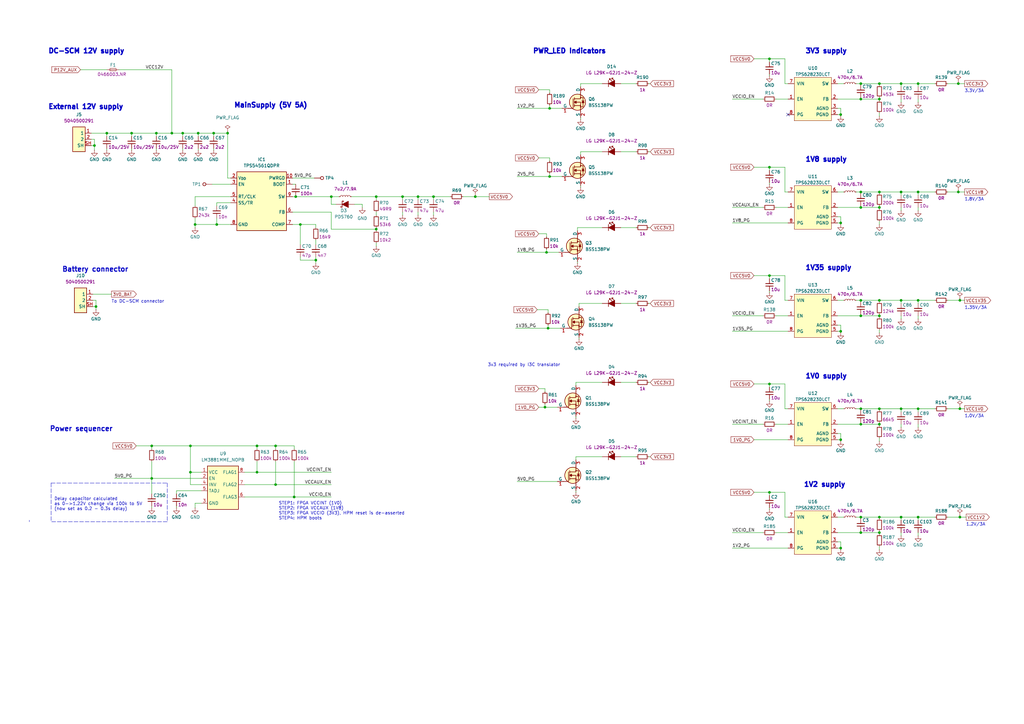
<source format=kicad_sch>
(kicad_sch (version 20211123) (generator eeschema)
  (paper "A3")
  (title_block (title "Artix - Datacenter Secure Control Module (DC-SCM)") (date "2023-08-09") (rev "1.1.1"))
  (lib_symbols
    (symbol "BSS138PW_2" (pin_names (offset 0))
      (property "Reference" "Q" (at 3.81 -6.35 0))
      (property "Value" "BSS138PW_2" (at 22.86 -8.89 0))
      (symbol "BSS138PW_2_1_1"
        (pin passive line (at 0 0 0) (length 2.54) (name "G") (number "1"))
        (pin passive line (at 7.62 -3.81 90) (length 2.54) (name "S") (number "2"))
        (pin passive line (at 7.62 8.89 270) (length 2.54) (name "D") (number "3"))
      )
    )
    (symbol "BSS138PW_3" (pin_names (offset 0))
      (property "Reference" "Q" (at 3.81 -6.35 0))
      (property "Value" "BSS138PW_3" (at 22.86 -8.89 0))
      (symbol "BSS138PW_3_1_1"
        (pin passive line (at 0 0 0) (length 2.54) (name "G") (number "1"))
        (pin passive line (at 7.62 -3.81 90) (length 2.54) (name "S") (number "2"))
        (pin passive line (at 7.62 8.89 270) (length 2.54) (name "D") (number "3"))
      )
    )
    (symbol "BSS138PW_4" (pin_names (offset 0))
      (property "Reference" "Q" (at 3.81 -6.35 0))
      (property "Value" "BSS138PW_4" (at 22.86 -8.89 0))
      (symbol "BSS138PW_4_1_1"
        (pin passive line (at 0 0 0) (length 2.54) (name "G") (number "1"))
        (pin passive line (at 7.62 -3.81 90) (length 2.54) (name "S") (number "2"))
        (pin passive line (at 7.62 8.89 270) (length 2.54) (name "D") (number "3"))
      )
    )
    (symbol "C_10n_0402_1" (pin_numbers hide) (pin_names hide)
      (property "Reference" "C" (at 20.32 -5.08 0))
      (property "Val" "10n" (at 20.32 -7.62 0))
      (symbol "C_10n_0402_1_1_1"
        (pin passive line (at 0 0 0) (length 2.032) (name "~") (number "1"))
        (pin passive line (at 5.08 0 180) (length 2.032) (name "~") (number "2"))
      )
    )
    (symbol "C_10u_0402_1" (pin_numbers hide) (pin_names hide)
      (property "Reference" "C" (at 20.32 -5.08 0))
      (property "Val" "10u" (at 20.32 -7.62 0))
      (symbol "C_10u_0402_1_1_1"
        (pin passive line (at 0 0 0) (length 2.032) (name "~") (number "1"))
        (pin passive line (at 5.08 0 180) (length 2.032) (name "~") (number "2"))
      )
    )
    (symbol "C_10u_0402_10" (pin_numbers hide) (pin_names hide)
      (property "Reference" "C" (at 20.32 -5.08 0))
      (property "Val" "10u" (at 20.32 -7.62 0))
      (symbol "C_10u_0402_10_1_1"
        (pin passive line (at 0 0 0) (length 2.032) (name "~") (number "1"))
        (pin passive line (at 5.08 0 180) (length 2.032) (name "~") (number "2"))
      )
    )
    (symbol "C_10u_0402_11" (pin_numbers hide) (pin_names hide)
      (property "Reference" "C" (at 20.32 -5.08 0))
      (property "Val" "10u" (at 20.32 -7.62 0))
      (symbol "C_10u_0402_11_1_1"
        (pin passive line (at 0 0 0) (length 2.032) (name "~") (number "1"))
        (pin passive line (at 5.08 0 180) (length 2.032) (name "~") (number "2"))
      )
    )
    (symbol "C_10u_0402_14" (pin_numbers hide) (pin_names hide)
      (property "Reference" "C" (at 20.32 -5.08 0))
      (property "Val" "10u" (at 20.32 -7.62 0))
      (symbol "C_10u_0402_14_1_1"
        (pin passive line (at 0 0 0) (length 2.032) (name "~") (number "1"))
        (pin passive line (at 5.08 0 180) (length 2.032) (name "~") (number "2"))
      )
    )
    (symbol "C_10u_0402_15" (pin_numbers hide) (pin_names hide)
      (property "Reference" "C" (at 20.32 -5.08 0))
      (property "Val" "10u" (at 20.32 -7.62 0))
      (symbol "C_10u_0402_15_1_1"
        (pin passive line (at 0 0 0) (length 2.032) (name "~") (number "1"))
        (pin passive line (at 5.08 0 180) (length 2.032) (name "~") (number "2"))
      )
    )
    (symbol "C_10u_0402_2" (pin_numbers hide) (pin_names hide)
      (property "Reference" "C" (at 20.32 -5.08 0))
      (property "Val" "10u" (at 20.32 -7.62 0))
      (symbol "C_10u_0402_2_1_1"
        (pin passive line (at 0 0 0) (length 2.032) (name "~") (number "1"))
        (pin passive line (at 5.08 0 180) (length 2.032) (name "~") (number "2"))
      )
    )
    (symbol "C_10u_0402_4" (pin_numbers hide) (pin_names hide)
      (property "Reference" "C" (at 20.32 -5.08 0))
      (property "Val" "10u" (at 20.32 -7.62 0))
      (symbol "C_10u_0402_4_1_1"
        (pin passive line (at 0 0 0) (length 2.032) (name "~") (number "1"))
        (pin passive line (at 5.08 0 180) (length 2.032) (name "~") (number "2"))
      )
    )
    (symbol "C_10u_0402_5" (pin_numbers hide) (pin_names hide)
      (property "Reference" "C" (at 20.32 -5.08 0))
      (property "Val" "10u" (at 20.32 -7.62 0))
      (symbol "C_10u_0402_5_1_1"
        (pin passive line (at 0 0 0) (length 2.032) (name "~") (number "1"))
        (pin passive line (at 5.08 0 180) (length 2.032) (name "~") (number "2"))
      )
    )
    (symbol "C_10u_0402_6" (pin_numbers hide) (pin_names hide)
      (property "Reference" "C" (at 20.32 -5.08 0))
      (property "Val" "10u" (at 20.32 -7.62 0))
      (symbol "C_10u_0402_6_1_1"
        (pin passive line (at 0 0 0) (length 2.032) (name "~") (number "1"))
        (pin passive line (at 5.08 0 180) (length 2.032) (name "~") (number "2"))
      )
    )
    (symbol "C_10u_0402_7" (pin_numbers hide) (pin_names hide)
      (property "Reference" "C" (at 20.32 -5.08 0))
      (property "Val" "10u" (at 20.32 -7.62 0))
      (symbol "C_10u_0402_7_1_1"
        (pin passive line (at 0 0 0) (length 2.032) (name "~") (number "1"))
        (pin passive line (at 5.08 0 180) (length 2.032) (name "~") (number "2"))
      )
    )
    (symbol "C_10u_25V_0603_1" (pin_numbers hide) (pin_names hide)
      (property "Reference" "C" (at 20.32 -5.08 0))
      (property "Val" "10u/25V" (at 20.32 -7.62 0))
      (symbol "C_10u_25V_0603_1_1_1"
        (pin passive line (at 0 0 0) (length 2.032) (name "~") (number "1"))
        (pin passive line (at 5.08 0 180) (length 2.032) (name "~") (number "2"))
      )
    )
    (symbol "C_10u_25V_0603_2" (pin_numbers hide) (pin_names hide)
      (property "Reference" "C" (at 20.32 -5.08 0))
      (property "Val" "10u/25V" (at 20.32 -7.62 0))
      (symbol "C_10u_25V_0603_2_1_1"
        (pin passive line (at 0 0 0) (length 2.032) (name "~") (number "1"))
        (pin passive line (at 5.08 0 180) (length 2.032) (name "~") (number "2"))
      )
    )
    (symbol "C_120p_0402_1" (pin_numbers hide) (pin_names hide)
      (property "Reference" "C" (at 20.32 -5.08 0))
      (property "Val" "120p" (at 20.32 -7.62 0))
      (symbol "C_120p_0402_1_1_1"
        (pin passive line (at 0 0 0) (length 2.032) (name "~") (number "1"))
        (pin passive line (at 5.08 0 180) (length 2.032) (name "~") (number "2"))
      )
    )
    (symbol "C_120p_0402_2" (pin_numbers hide) (pin_names hide)
      (property "Reference" "C" (at 20.32 -5.08 0))
      (property "Val" "120p" (at 20.32 -7.62 0))
      (symbol "C_120p_0402_2_1_1"
        (pin passive line (at 0 0 0) (length 2.032) (name "~") (number "1"))
        (pin passive line (at 5.08 0 180) (length 2.032) (name "~") (number "2"))
      )
    )
    (symbol "C_120p_0402_3" (pin_numbers hide) (pin_names hide)
      (property "Reference" "C" (at 20.32 -5.08 0))
      (property "Val" "120p" (at 20.32 -7.62 0))
      (symbol "C_120p_0402_3_1_1"
        (pin passive line (at 0 0 0) (length 2.032) (name "~") (number "1"))
        (pin passive line (at 5.08 0 180) (length 2.032) (name "~") (number "2"))
      )
    )
    (symbol "C_120p_0402_4" (pin_numbers hide) (pin_names hide)
      (property "Reference" "C" (at 20.32 -5.08 0))
      (property "Val" "120p" (at 20.32 -7.62 0))
      (symbol "C_120p_0402_4_1_1"
        (pin passive line (at 0 0 0) (length 2.032) (name "~") (number "1"))
        (pin passive line (at 5.08 0 180) (length 2.032) (name "~") (number "2"))
      )
    )
    (symbol "C_2u2_0603_25V_1" (pin_numbers hide) (pin_names hide)
      (property "Reference" "C" (at 20.32 -5.08 0))
      (property "Val" "2u2" (at 20.32 -7.62 0))
      (symbol "C_2u2_0603_25V_1_1_1"
        (pin passive line (at 0 0 0) (length 2.032) (name "~") (number "1"))
        (pin passive line (at 5.08 0 180) (length 2.032) (name "~") (number "2"))
      )
    )
    (symbol "C_2u2_0603_25V_2" (pin_numbers hide) (pin_names hide)
      (property "Reference" "C" (at 20.32 -5.08 0))
      (property "Val" "2u2" (at 20.32 -7.62 0))
      (symbol "C_2u2_0603_25V_2_1_1"
        (pin passive line (at 0 0 0) (length 2.032) (name "~") (number "1"))
        (pin passive line (at 5.08 0 180) (length 2.032) (name "~") (number "2"))
      )
    )
    (symbol "C_47u_0603_1" (pin_numbers hide) (pin_names hide)
      (property "Reference" "C" (at 20.32 -5.08 0))
      (property "Val" "47u" (at 20.32 -7.62 0))
      (symbol "C_47u_0603_1_1_1"
        (pin passive line (at 0 0 0) (length 2.032) (name "~") (number "1"))
        (pin passive line (at 5.08 0 180) (length 2.032) (name "~") (number "2"))
      )
    )
    (symbol "C_47u_0603_2" (pin_numbers hide) (pin_names hide)
      (property "Reference" "C" (at 20.32 -5.08 0))
      (property "Val" "47u" (at 20.32 -7.62 0))
      (symbol "C_47u_0603_2_1_1"
        (pin passive line (at 0 0 0) (length 2.032) (name "~") (number "1"))
        (pin passive line (at 5.08 0 180) (length 2.032) (name "~") (number "2"))
      )
    )
    (symbol "IHLP1212AEERR47M11_4" (pin_numbers hide) (pin_names hide)
      (property "Reference" "L" (at 13.97 0 0))
      (property "Val" "470n/6.7A" (at 13.97 -5.08 0))
      (symbol "IHLP1212AEERR47M11_4_1_1"
        (pin passive line (at 0 0 0) (length 0.508) (name "~") (number "1"))
        (pin passive line (at 5.08 0 180) (length 0.508) (name "~") (number "2"))
      )
    )
    (symbol "LED_G_0603_LG_L29K-G2J1-24-Z_1" (pin_numbers hide) (pin_names hide)
      (property "Reference" "D" (at 22.86 -5.08 0))
      (property "Value" "LED_G_0603_LG_L29K-G2J1-24-Z_1" (at 22.86 -7.62 0))
      (symbol "LED_G_0603_LG_L29K-G2J1-24-Z_1_1_1"
        (pin passive line (at 0 0 0) (length 2.54) (name "~") (number "1"))
        (pin passive line (at 7.62 0 180) (length 2.54) (name "2") (number "2"))
      )
    )
    (symbol "LED_G_0603_LG_L29K-G2J1-24-Z_2" (pin_numbers hide) (pin_names hide)
      (property "Reference" "D" (at 22.86 -5.08 0))
      (property "Value" "LED_G_0603_LG_L29K-G2J1-24-Z_2" (at 22.86 -7.62 0))
      (symbol "LED_G_0603_LG_L29K-G2J1-24-Z_2_1_1"
        (pin passive line (at 0 0 0) (length 2.54) (name "~") (number "1"))
        (pin passive line (at 7.62 0 180) (length 2.54) (name "2") (number "2"))
      )
    )
    (symbol "LED_G_0603_LG_L29K-G2J1-24-Z_3" (pin_numbers hide) (pin_names hide)
      (property "Reference" "D" (at 22.86 -5.08 0))
      (property "Value" "LED_G_0603_LG_L29K-G2J1-24-Z_3" (at 22.86 -7.62 0))
      (symbol "LED_G_0603_LG_L29K-G2J1-24-Z_3_1_1"
        (pin passive line (at 0 0 0) (length 2.54) (name "~") (number "1"))
        (pin passive line (at 7.62 0 180) (length 2.54) (name "2") (number "2"))
      )
    )
    (symbol "LED_G_0603_LG_L29K-G2J1-24-Z_4" (pin_numbers hide) (pin_names hide)
      (property "Reference" "D" (at 22.86 -5.08 0))
      (property "Value" "LED_G_0603_LG_L29K-G2J1-24-Z_4" (at 22.86 -7.62 0))
      (symbol "LED_G_0603_LG_L29K-G2J1-24-Z_4_1_1"
        (pin passive line (at 0 0 0) (length 2.54) (name "~") (number "1"))
        (pin passive line (at 7.62 0 180) (length 2.54) (name "2") (number "2"))
      )
    )
    (symbol "LED_G_0603_LG_L29K-G2J1-24-Z_5" (pin_numbers hide) (pin_names hide)
      (property "Reference" "D" (at 22.86 -5.08 0))
      (property "Value" "LED_G_0603_LG_L29K-G2J1-24-Z_5" (at 22.86 -7.62 0))
      (symbol "LED_G_0603_LG_L29K-G2J1-24-Z_5_1_1"
        (pin passive line (at 0 0 0) (length 2.54) (name "~") (number "1"))
        (pin passive line (at 7.62 0 180) (length 2.54) (name "2") (number "2"))
      )
    )
    (symbol "R_0R_0402_1" (pin_numbers hide) (pin_names hide)
      (property "Reference" "R" (at 20.32 -5.08 0))
      (property "Val" "0R" (at 20.32 -7.62 0))
      (property "Current" "1A" (at 20.32 -30.48 0))
      (symbol "R_0R_0402_1_1_1"
        (pin passive line (at 0 0 0) (length 0.635) (name "~") (number "1"))
        (pin passive line (at 5.08 0 180) (length 0.635) (name "~") (number "2"))
      )
    )
    (symbol "R_0R_0402_2" (pin_numbers hide) (pin_names hide)
      (property "Reference" "R" (at 20.32 -5.08 0))
      (property "Val" "0R" (at 20.32 -7.62 0))
      (property "Current" "1A" (at 20.32 -30.48 0))
      (symbol "R_0R_0402_2_1_1"
        (pin passive line (at 0 0 0) (length 0.635) (name "~") (number "1"))
        (pin passive line (at 5.08 0 180) (length 0.635) (name "~") (number "2"))
      )
    )
    (symbol "R_0R_0402_3" (pin_numbers hide) (pin_names hide)
      (property "Reference" "R" (at 20.32 -5.08 0))
      (property "Val" "0R" (at 20.32 -7.62 0))
      (property "Current" "1A" (at 20.32 -30.48 0))
      (symbol "R_0R_0402_3_1_1"
        (pin passive line (at 0 0 0) (length 0.635) (name "~") (number "1"))
        (pin passive line (at 5.08 0 180) (length 0.635) (name "~") (number "2"))
      )
    )
    (symbol "R_0R_0402_4" (pin_numbers hide) (pin_names hide)
      (property "Reference" "R" (at 20.32 -5.08 0))
      (property "Val" "0R" (at 20.32 -7.62 0))
      (property "Current" "1A" (at 20.32 -30.48 0))
      (symbol "R_0R_0402_4_1_1"
        (pin passive line (at 0 0 0) (length 0.635) (name "~") (number "1"))
        (pin passive line (at 5.08 0 180) (length 0.635) (name "~") (number "2"))
      )
    )
    (symbol "R_0R_0603_1" (pin_numbers hide) (pin_names hide)
      (property "Reference" "R" (at 20.32 -5.08 0))
      (property "Val" "0R" (at 20.32 -7.62 0))
      (property "Current" "1A" (at 20.32 -30.48 0))
      (symbol "R_0R_0603_1_1_1"
        (pin passive line (at 0 0 0) (length 0.635) (name "~") (number "1"))
        (pin passive line (at 5.08 0 180) (length 0.635) (name "~") (number "2"))
      )
    )
    (symbol "R_0R_0603_2" (pin_numbers hide) (pin_names hide)
      (property "Reference" "R" (at 20.32 -5.08 0))
      (property "Val" "0R" (at 20.32 -7.62 0))
      (property "Current" "1A" (at 20.32 -30.48 0))
      (symbol "R_0R_0603_2_1_1"
        (pin passive line (at 0 0 0) (length 0.635) (name "~") (number "1"))
        (pin passive line (at 5.08 0 180) (length 0.635) (name "~") (number "2"))
      )
    )
    (symbol "R_0R_0603_3" (pin_numbers hide) (pin_names hide)
      (property "Reference" "R" (at 20.32 -5.08 0))
      (property "Val" "0R" (at 20.32 -7.62 0))
      (property "Current" "1A" (at 20.32 -30.48 0))
      (symbol "R_0R_0603_3_1_1"
        (pin passive line (at 0 0 0) (length 0.635) (name "~") (number "1"))
        (pin passive line (at 5.08 0 180) (length 0.635) (name "~") (number "2"))
      )
    )
    (symbol "R_0R_0603_4" (pin_numbers hide) (pin_names hide)
      (property "Reference" "R" (at 20.32 -5.08 0))
      (property "Val" "0R" (at 20.32 -7.62 0))
      (property "Current" "1A" (at 20.32 -30.48 0))
      (symbol "R_0R_0603_4_1_1"
        (pin passive line (at 0 0 0) (length 0.635) (name "~") (number "1"))
        (pin passive line (at 5.08 0 180) (length 0.635) (name "~") (number "2"))
      )
    )
    (symbol "R_100k_0402_1" (pin_numbers hide) (pin_names hide)
      (property "Reference" "R" (at 20.32 -5.08 0))
      (property "Val" "100k" (at 20.32 -7.62 0))
      (symbol "R_100k_0402_1_1_1"
        (pin passive line (at 0 0 0) (length 0.635) (name "~") (number "1"))
        (pin passive line (at 5.08 0 180) (length 0.635) (name "~") (number "2"))
      )
    )
    (symbol "R_100k_0402_2" (pin_numbers hide) (pin_names hide)
      (property "Reference" "R" (at 20.32 -5.08 0))
      (property "Val" "100k" (at 20.32 -7.62 0))
      (symbol "R_100k_0402_2_1_1"
        (pin passive line (at 0 0 0) (length 0.635) (name "~") (number "1"))
        (pin passive line (at 5.08 0 180) (length 0.635) (name "~") (number "2"))
      )
    )
    (symbol "R_100k_0402_3" (pin_numbers hide) (pin_names hide)
      (property "Reference" "R" (at 20.32 -5.08 0))
      (property "Val" "100k" (at 20.32 -7.62 0))
      (symbol "R_100k_0402_3_1_1"
        (pin passive line (at 0 0 0) (length 0.635) (name "~") (number "1"))
        (pin passive line (at 5.08 0 180) (length 0.635) (name "~") (number "2"))
      )
    )
    (symbol "R_100k_0402_4" (pin_numbers hide) (pin_names hide)
      (property "Reference" "R" (at 20.32 -5.08 0))
      (property "Val" "100k" (at 20.32 -7.62 0))
      (symbol "R_100k_0402_4_1_1"
        (pin passive line (at 0 0 0) (length 0.635) (name "~") (number "1"))
        (pin passive line (at 5.08 0 180) (length 0.635) (name "~") (number "2"))
      )
    )
    (symbol "R_100k_0402_5" (pin_numbers hide) (pin_names hide)
      (property "Reference" "R" (at 20.32 -5.08 0))
      (property "Val" "100k" (at 20.32 -7.62 0))
      (symbol "R_100k_0402_5_1_1"
        (pin passive line (at 0 0 0) (length 0.635) (name "~") (number "1"))
        (pin passive line (at 5.08 0 180) (length 0.635) (name "~") (number "2"))
      )
    )
    (symbol "R_100k_0402_6" (pin_numbers hide) (pin_names hide)
      (property "Reference" "R" (at 20.32 -5.08 0))
      (property "Val" "100k" (at 20.32 -7.62 0))
      (symbol "R_100k_0402_6_1_1"
        (pin passive line (at 0 0 0) (length 0.635) (name "~") (number "1"))
        (pin passive line (at 5.08 0 180) (length 0.635) (name "~") (number "2"))
      )
    )
    (symbol "R_100k_0402_7" (pin_numbers hide) (pin_names hide)
      (property "Reference" "R" (at 20.32 -5.08 0))
      (property "Val" "100k" (at 20.32 -7.62 0))
      (symbol "R_100k_0402_7_1_1"
        (pin passive line (at 0 0 0) (length 0.635) (name "~") (number "1"))
        (pin passive line (at 5.08 0 180) (length 0.635) (name "~") (number "2"))
      )
    )
    (symbol "R_100k_0402_8" (pin_numbers hide) (pin_names hide)
      (property "Reference" "R" (at 20.32 -5.08 0))
      (property "Val" "100k" (at 20.32 -7.62 0))
      (symbol "R_100k_0402_8_1_1"
        (pin passive line (at 0 0 0) (length 0.635) (name "~") (number "1"))
        (pin passive line (at 5.08 0 180) (length 0.635) (name "~") (number "2"))
      )
    )
    (symbol "R_100k_0402_9" (pin_numbers hide) (pin_names hide)
      (property "Reference" "R" (at 20.32 -5.08 0))
      (property "Val" "100k" (at 20.32 -7.62 0))
      (symbol "R_100k_0402_9_1_1"
        (pin passive line (at 0 0 0) (length 0.635) (name "~") (number "1"))
        (pin passive line (at 5.08 0 180) (length 0.635) (name "~") (number "2"))
      )
    )
    (symbol "R_10k_0402_1" (pin_numbers hide) (pin_names hide)
      (property "Reference" "R" (at 20.32 -5.08 0))
      (property "Val" "10k" (at 20.32 -7.62 0))
      (symbol "R_10k_0402_1_1_1"
        (pin passive line (at 0 0 0) (length 0.635) (name "~") (number "1"))
        (pin passive line (at 5.08 0 180) (length 0.635) (name "~") (number "2"))
      )
    )
    (symbol "R_10k_0402_2" (pin_numbers hide) (pin_names hide)
      (property "Reference" "R" (at 20.32 -5.08 0))
      (property "Val" "10k" (at 20.32 -7.62 0))
      (symbol "R_10k_0402_2_1_1"
        (pin passive line (at 0 0 0) (length 0.635) (name "~") (number "1"))
        (pin passive line (at 5.08 0 180) (length 0.635) (name "~") (number "2"))
      )
    )
    (symbol "R_10k_0402_3" (pin_numbers hide) (pin_names hide)
      (property "Reference" "R" (at 20.32 -5.08 0))
      (property "Val" "10k" (at 20.32 -7.62 0))
      (symbol "R_10k_0402_3_1_1"
        (pin passive line (at 0 0 0) (length 0.635) (name "~") (number "1"))
        (pin passive line (at 5.08 0 180) (length 0.635) (name "~") (number "2"))
      )
    )
    (symbol "R_10k_0402_4" (pin_numbers hide) (pin_names hide)
      (property "Reference" "R" (at 20.32 -5.08 0))
      (property "Val" "10k" (at 20.32 -7.62 0))
      (symbol "R_10k_0402_4_1_1"
        (pin passive line (at 0 0 0) (length 0.635) (name "~") (number "1"))
        (pin passive line (at 5.08 0 180) (length 0.635) (name "~") (number "2"))
      )
    )
    (symbol "R_1k_0402_1" (pin_numbers hide) (pin_names hide)
      (property "Reference" "R" (at 20.32 -5.08 0))
      (property "Val" "1k" (at 20.32 -7.62 0))
      (symbol "R_1k_0402_1_1_1"
        (pin passive line (at 0 0 0) (length 0.635) (name "~") (number "1"))
        (pin passive line (at 5.08 0 180) (length 0.635) (name "~") (number "2"))
      )
    )
    (symbol "R_1k_0402_2" (pin_numbers hide) (pin_names hide)
      (property "Reference" "R" (at 20.32 -5.08 0))
      (property "Val" "1k" (at 20.32 -7.62 0))
      (symbol "R_1k_0402_2_1_1"
        (pin passive line (at 0 0 0) (length 0.635) (name "~") (number "1"))
        (pin passive line (at 5.08 0 180) (length 0.635) (name "~") (number "2"))
      )
    )
    (symbol "R_1k_0402_3" (pin_numbers hide) (pin_names hide)
      (property "Reference" "R" (at 20.32 -5.08 0))
      (property "Val" "1k" (at 20.32 -7.62 0))
      (symbol "R_1k_0402_3_1_1"
        (pin passive line (at 0 0 0) (length 0.635) (name "~") (number "1"))
        (pin passive line (at 5.08 0 180) (length 0.635) (name "~") (number "2"))
      )
    )
    (symbol "R_1k_0402_4" (pin_numbers hide) (pin_names hide)
      (property "Reference" "R" (at 20.32 -5.08 0))
      (property "Val" "1k" (at 20.32 -7.62 0))
      (symbol "R_1k_0402_4_1_1"
        (pin passive line (at 0 0 0) (length 0.635) (name "~") (number "1"))
        (pin passive line (at 5.08 0 180) (length 0.635) (name "~") (number "2"))
      )
    )
    (symbol "R_1k_0402_5" (pin_numbers hide) (pin_names hide)
      (property "Reference" "R" (at 20.32 -5.08 0))
      (property "Val" "1k" (at 20.32 -7.62 0))
      (symbol "R_1k_0402_5_1_1"
        (pin passive line (at 0 0 0) (length 0.635) (name "~") (number "1"))
        (pin passive line (at 5.08 0 180) (length 0.635) (name "~") (number "2"))
      )
    )
    (symbol "TPS62823DLCT_1" (pin_names (offset 1.016))
      (property "Reference" "U" (at 34.29 1.27 0))
      (property "Value" "TPS62823DLCT_1" (at 34.29 -1.27 0))
      (symbol "TPS62823DLCT_1_0_0"
        (pin no_connect line (at 17.78 -2.54 180) (length 2.54) hide (name "NC") (number "4"))
      )
      (symbol "TPS62823DLCT_1_1_1"
        (pin input line (at 0 -6.35 0) (length 2.54) (name "EN") (number "1"))
        (pin bidirectional line (at 20.32 -6.35 180) (length 2.54) (name "FB") (number "2"))
        (pin power_in line (at 20.32 -10.16 180) (length 2.54) (name "AGND") (number "3"))
        (pin power_in line (at 20.32 -12.7 180) (length 2.54) (name "PGND") (number "5"))
        (pin bidirectional line (at 20.32 0 180) (length 2.54) (name "SW") (number "6"))
        (pin power_in line (at 0 0 0) (length 2.54) (name "VIN") (number "7"))
        (pin output line (at 0 -12.7 0) (length 2.54) (name "PG") (number "8"))
      )
    )
    (symbol "TPS62823DLCT_2" (pin_names (offset 1.016))
      (property "Reference" "U" (at 34.29 1.27 0))
      (property "Value" "TPS62823DLCT_2" (at 34.29 -1.27 0))
      (symbol "TPS62823DLCT_2_0_0"
        (pin no_connect line (at 17.78 -2.54 180) (length 2.54) hide (name "NC") (number "4"))
      )
      (symbol "TPS62823DLCT_2_1_1"
        (pin input line (at 0 -6.35 0) (length 2.54) (name "EN") (number "1"))
        (pin bidirectional line (at 20.32 -6.35 180) (length 2.54) (name "FB") (number "2"))
        (pin power_in line (at 20.32 -10.16 180) (length 2.54) (name "AGND") (number "3"))
        (pin power_in line (at 20.32 -12.7 180) (length 2.54) (name "PGND") (number "5"))
        (pin bidirectional line (at 20.32 0 180) (length 2.54) (name "SW") (number "6"))
        (pin power_in line (at 0 0 0) (length 2.54) (name "VIN") (number "7"))
        (pin output line (at 0 -12.7 0) (length 2.54) (name "PG") (number "8"))
      )
    )
    (symbol "TPS62823DLCT_3" (pin_names (offset 1.016))
      (property "Reference" "U" (at 34.29 1.27 0))
      (property "Value" "TPS62823DLCT_3" (at 34.29 -1.27 0))
      (symbol "TPS62823DLCT_3_0_0"
        (pin no_connect line (at 17.78 -2.54 180) (length 2.54) hide (name "NC") (number "4"))
      )
      (symbol "TPS62823DLCT_3_1_1"
        (pin input line (at 0 -6.35 0) (length 2.54) (name "EN") (number "1"))
        (pin bidirectional line (at 20.32 -6.35 180) (length 2.54) (name "FB") (number "2"))
        (pin power_in line (at 20.32 -10.16 180) (length 2.54) (name "AGND") (number "3"))
        (pin power_in line (at 20.32 -12.7 180) (length 2.54) (name "PGND") (number "5"))
        (pin bidirectional line (at 20.32 0 180) (length 2.54) (name "SW") (number "6"))
        (pin power_in line (at 0 0 0) (length 2.54) (name "VIN") (number "7"))
        (pin output line (at 0 -12.7 0) (length 2.54) (name "PG") (number "8"))
      )
    )
    (symbol "TPS62823DLCT_4" (pin_names (offset 1.016))
      (property "Reference" "U" (at 34.29 1.27 0))
      (property "Value" "TPS62823DLCT_4" (at 34.29 -1.27 0))
      (symbol "TPS62823DLCT_4_0_0"
        (pin no_connect line (at 17.78 -2.54 180) (length 2.54) hide (name "NC") (number "4"))
      )
      (symbol "TPS62823DLCT_4_1_1"
        (pin input line (at 0 -6.35 0) (length 2.54) (name "EN") (number "1"))
        (pin bidirectional line (at 20.32 -6.35 180) (length 2.54) (name "FB") (number "2"))
        (pin power_in line (at 20.32 -10.16 180) (length 2.54) (name "AGND") (number "3"))
        (pin power_in line (at 20.32 -12.7 180) (length 2.54) (name "PGND") (number "5"))
        (pin bidirectional line (at 20.32 0 180) (length 2.54) (name "SW") (number "6"))
        (pin power_in line (at 0 0 0) (length 2.54) (name "VIN") (number "7"))
        (pin output line (at 0 -12.7 0) (length 2.54) (name "PG") (number "8"))
      )
    )
    (symbol "TP_1mm_SMD_1" (pin_numbers hide) (pin_names hide)
      (property "Reference" "TP" (at 15.24 -5.08 0))
      (property "Value" "TP_1mm_SMD_1" (at 15.24 -7.62 0))
      (symbol "TP_1mm_SMD_1_1_1"
        (pin passive line (at 0 0 0) (length 2.54) (name "1") (number "1"))
      )
    )
    (symbol "antmicroCapacitors0402:C_10n_0402" (pin_numbers hide) (pin_names hide)
      (property "Reference" "C" (at 20.32 -5.08 0))
      (property "Val" "10n" (at 20.32 -7.62 0))
      (symbol "C_10n_0402_1_1"
        (pin passive line (at 0 0 0) (length 2.032) (name "~") (number "1"))
        (pin passive line (at 5.08 0 180) (length 2.032) (name "~") (number "2"))
      )
    )
    (symbol "antmicroCapacitors0402:C_10u_0402" (pin_numbers hide) (pin_names hide)
      (property "Reference" "C" (at 20.32 -5.08 0))
      (property "Val" "10u" (at 20.32 -7.62 0))
      (symbol "C_10u_0402_1_1"
        (pin passive line (at 0 0 0) (length 2.032) (name "~") (number "1"))
        (pin passive line (at 5.08 0 180) (length 2.032) (name "~") (number "2"))
      )
    )
    (symbol "antmicroCapacitors0402:C_120p_0402" (pin_numbers hide) (pin_names hide)
      (property "Reference" "C" (at 20.32 -5.08 0))
      (property "Val" "120p" (at 20.32 -7.62 0))
      (symbol "C_120p_0402_1_1"
        (pin passive line (at 0 0 0) (length 2.032) (name "~") (number "1"))
        (pin passive line (at 5.08 0 180) (length 2.032) (name "~") (number "2"))
      )
    )
    (symbol "antmicroCapacitors0402:C_47p_0402" (pin_numbers hide) (pin_names hide)
      (property "Reference" "C" (at 20.32 -5.08 0))
      (property "Val" "47p" (at 20.32 -7.62 0))
      (symbol "C_47p_0402_1_1"
        (pin passive line (at 0 0 0) (length 2.032) (name "~") (number "1"))
        (pin passive line (at 5.08 0 180) (length 2.032) (name "~") (number "2"))
      )
    )
    (symbol "antmicroCapacitors0402:C_4n7_0402" (pin_numbers hide) (pin_names hide)
      (property "Reference" "C" (at 20.32 -5.08 0))
      (property "Val" "4n7" (at 20.32 -7.62 0))
      (symbol "C_4n7_0402_1_1"
        (pin passive line (at 0 0 0) (length 2.032) (name "~") (number "1"))
        (pin passive line (at 5.08 0 180) (length 2.032) (name "~") (number "2"))
      )
    )
    (symbol "antmicroCapacitors0603:C_10u_0603" (pin_numbers hide) (pin_names hide)
      (property "Reference" "C" (at 20.32 -5.08 0))
      (property "Val" "10u" (at 20.32 -7.62 0))
      (symbol "C_10u_0603_1_1"
        (pin passive line (at 0 0 0) (length 2.032) (name "~") (number "1"))
        (pin passive line (at 5.08 0 180) (length 2.032) (name "~") (number "2"))
      )
    )
    (symbol "antmicroCapacitors0603:C_10u_25V_0603" (pin_numbers hide) (pin_names hide)
      (property "Reference" "C" (at 20.32 -5.08 0))
      (property "Val" "10u/25V" (at 20.32 -7.62 0))
      (symbol "C_10u_25V_0603_1_1"
        (pin passive line (at 0 0 0) (length 2.032) (name "~") (number "1"))
        (pin passive line (at 5.08 0 180) (length 2.032) (name "~") (number "2"))
      )
    )
    (symbol "antmicroCapacitors0603:C_47u_0603" (pin_numbers hide) (pin_names hide)
      (property "Reference" "C" (at 20.32 -5.08 0))
      (property "Val" "47u" (at 20.32 -7.62 0))
      (symbol "C_47u_0603_1_1"
        (pin passive line (at 0 0 0) (length 2.032) (name "~") (number "1"))
        (pin passive line (at 5.08 0 180) (length 2.032) (name "~") (number "2"))
      )
    )
    (symbol "antmicroCapacitorsmisc:C_100n_6V3_0402" (pin_numbers hide) (pin_names hide)
      (property "Reference" "C" (at 20.32 -5.08 0))
      (property "Val" "100n" (at 20.32 -7.62 0))
      (symbol "C_100n_6V3_0402_1_1"
        (pin passive line (at 0 0 0) (length 2.032) (name "~") (number "1"))
        (pin passive line (at 5.08 0 180) (length 2.032) (name "~") (number "2"))
      )
    )
    (symbol "antmicroCapacitorsmisc:C_2u2_0603_25V" (pin_numbers hide) (pin_names hide)
      (property "Reference" "C" (at 20.32 -5.08 0))
      (property "Val" "2u2" (at 20.32 -7.62 0))
      (symbol "C_2u2_0603_25V_1_1"
        (pin passive line (at 0 0 0) (length 2.032) (name "~") (number "1"))
        (pin passive line (at 5.08 0 180) (length 2.032) (name "~") (number "2"))
      )
    )
    (symbol "antmicroDCDCConverters:TPS62823DLCT" (pin_names (offset 1.016))
      (property "Reference" "U" (at 34.29 1.27 0))
      (property "Value" "TPS62823DLCT" (at 34.29 -1.27 0))
      (symbol "TPS62823DLCT_0_0"
        (pin no_connect line (at 17.78 -2.54 180) (length 2.54) hide (name "NC") (number "4"))
      )
      (symbol "TPS62823DLCT_1_1"
        (pin input line (at 0 -6.35 0) (length 2.54) (name "EN") (number "1"))
        (pin bidirectional line (at 20.32 -6.35 180) (length 2.54) (name "FB") (number "2"))
        (pin power_in line (at 20.32 -10.16 180) (length 2.54) (name "AGND") (number "3"))
        (pin power_in line (at 20.32 -12.7 180) (length 2.54) (name "PGND") (number "5"))
        (pin bidirectional line (at 20.32 0 180) (length 2.54) (name "SW") (number "6"))
        (pin power_in line (at 0 0 0) (length 2.54) (name "VIN") (number "7"))
        (pin output line (at 0 -12.7 0) (length 2.54) (name "PG") (number "8"))
      )
    )
    (symbol "antmicroDiodesRectifiersSingle:PDS760" (pin_numbers hide) (pin_names hide)
      (property "Reference" "D" (at 22.86 -5.08 0))
      (property "Value" "PDS760" (at 22.86 -7.62 0))
      (symbol "PDS760_1_1"
        (pin passive line (at 0 0 0) (length 2.54) (name "A") (number "A"))
        (pin passive line (at 7.62 0 180) (length 2.54) (name "C") (number "C"))
      )
    )
    (symbol "antmicroFixedInductors:IHLP1212AEERR47M11" (pin_numbers hide) (pin_names hide)
      (property "Reference" "L" (at 13.97 0 0))
      (property "Val" "470n/6.7A" (at 13.97 -5.08 0))
      (symbol "IHLP1212AEERR47M11_1_1"
        (pin passive line (at 0 0 0) (length 0.508) (name "~") (number "1"))
        (pin passive line (at 5.08 0 180) (length 0.508) (name "~") (number "2"))
      )
    )
    (symbol "antmicroFixedInductors:L_7u2_7.9A_WE-PDF" (pin_numbers hide) (pin_names hide)
      (property "Reference" "L" (at 13.97 0 0))
      (property "Val" "7u2/7.9A" (at 13.97 -5.08 0))
      (symbol "L_7u2_7.9A_WE-PDF_1_1"
        (pin passive line (at 0 0 0) (length 0.508) (name "~") (number "1"))
        (pin passive line (at 5.08 0 180) (length 0.508) (name "~") (number "2"))
      )
    )
    (symbol "antmicroFuses:F_3A_1206" (pin_numbers hide) (pin_names (offset 0.9906) hide)
      (property "Reference" "F" (at 20.32 -5.08 0))
      (property "MPN" "0466003.NR " (at 20.32 -17.78 0))
      (symbol "F_3A_1206_1_1"
        (pin passive line (at 0 0 0) (length 1.27) (name "~") (number "1"))
        (pin passive line (at 5.08 0 180) (length 1.27) (name "~") (number "2"))
      )
    )
    (symbol "antmicroLEDIndicationDiscrete:LED_G_0603_LG_L29K-G2J1-24-Z" (pin_numbers hide) (pin_names hide)
      (property "Reference" "D" (at 22.86 -5.08 0))
      (property "Value" "LED_G_0603_LG_L29K-G2J1-24-Z" (at 22.86 -7.62 0))
      (symbol "LED_G_0603_LG_L29K-G2J1-24-Z_1_1"
        (pin passive line (at 0 0 0) (length 2.54) (name "~") (number "1"))
        (pin passive line (at 7.62 0 180) (length 2.54) (name "2") (number "2"))
      )
    )
    (symbol "antmicroPMICPowerSequencers:LM3881MME_NOPB"
      (property "Reference" "U" (at 43.18 -2.54 0))
      (property "Value" "LM3881MME_NOPB" (at 43.18 -5.08 0))
      (symbol "LM3881MME_NOPB_1_1"
        (pin power_in line (at 0 0 0) (length 2.54) (name "VCC") (number "1"))
        (pin passive line (at 0 -2.54 0) (length 2.54) (name "EN") (number "2"))
        (pin power_in line (at 0 -12.7 0) (length 2.54) (name "GND") (number "3"))
        (pin input line (at 0 -5.08 0) (length 2.54) (name "INV") (number "4"))
        (pin passive line (at 0 -7.62 0) (length 2.54) (name "TADJ") (number "5"))
        (pin open_collector line (at 17.78 -10.16 180) (length 2.54) (name "FLAG3") (number "6"))
        (pin open_collector line (at 17.78 -5.08 180) (length 2.54) (name "FLAG2") (number "7"))
        (pin open_collector line (at 17.78 0 180) (length 2.54) (name "FLAG1") (number "8"))
      )
    )
    (symbol "antmicroPMICVoltageRegulatorsLinear:TPS54561QDPRRQ1"
      (property "Reference" "U" (at 38.1 -2.54 0))
      (property "MPN" "TPS54561QDPRRQ1" (at 38.1 -5.08 0))
      (symbol "TPS54561QDPRRQ1_1_1"
        (pin output line (at 25.4 -2.54 180) (length 2.54) (name "BOOT") (number "1"))
        (pin output line (at 25.4 0 180) (length 2.54) (name "PWRGD") (number "10"))
        (pin passive line (at 0 -19.05 0) (length 2.54) hide (name "GND") (number "11"))
        (pin power_in line (at 0 0 0) (length 2.54) (name "V_{DD}") (number "2"))
        (pin input line (at 0 -2.54 0) (length 2.54) (name "EN") (number "3"))
        (pin input line (at 0 -10.16 0) (length 2.54) (name "SS/TR") (number "4"))
        (pin input line (at 0 -7.62 0) (length 2.54) (name "RT/CLK") (number "5"))
        (pin input line (at 25.4 -13.97 180) (length 2.54) (name "FB") (number "6"))
        (pin output line (at 25.4 -19.05 180) (length 2.54) (name "COMP") (number "7"))
        (pin power_in line (at 0 -19.05 0) (length 2.54) (name "GND") (number "8"))
        (pin power_out line (at 25.4 -7.62 180) (length 2.54) (name "SW") (number "9"))
      )
    )
    (symbol "antmicroRectangularConnectorsHeadersMalePins:Molex_Pico-Lock_1x02_504050-0291"
      (property "Reference" "J" (at 8.89 0 0))
      (property "Value" "Molex_Pico-Lock_1x02_504050-0291" (at 8.89 -2.54 0))
      (symbol "Molex_Pico-Lock_1x02_504050-0291_1_1"
        (pin passive line (at 0 0 0) (length 2.54) (name "1") (number "1"))
        (pin passive line (at 0 -2.54 0) (length 2.54) (name "2") (number "2"))
        (pin passive line (at 0 -5.08 0) (length 2.54) (name "SH") (number "SH"))
        (pin passive line (at 0 -5.08 0) (length 2.54) hide (name "SH") (number "SH"))
      )
    )
    (symbol "antmicroResistors0402:R_0R_0402" (pin_numbers hide) (pin_names hide)
      (property "Reference" "R" (at 20.32 -5.08 0))
      (property "Val" "0R" (at 20.32 -7.62 0))
      (property "Current" "1A" (at 20.32 -30.48 0))
      (symbol "R_0R_0402_1_1"
        (pin passive line (at 0 0 0) (length 0.635) (name "~") (number "1"))
        (pin passive line (at 5.08 0 180) (length 0.635) (name "~") (number "2"))
      )
    )
    (symbol "antmicroResistors0402:R_100k_0402" (pin_numbers hide) (pin_names hide)
      (property "Reference" "R" (at 20.32 -5.08 0))
      (property "Val" "100k" (at 20.32 -7.62 0))
      (symbol "R_100k_0402_1_1"
        (pin passive line (at 0 0 0) (length 0.635) (name "~") (number "1"))
        (pin passive line (at 5.08 0 180) (length 0.635) (name "~") (number "2"))
      )
    )
    (symbol "antmicroResistors0402:R_10k2_0402" (pin_numbers hide) (pin_names hide)
      (property "Reference" "R" (at 20.32 -5.08 0))
      (property "Val" "10k2" (at 20.32 -7.62 0))
      (symbol "R_10k2_0402_1_1"
        (pin passive line (at 0 0 0) (length 0.635) (name "~") (number "1"))
        (pin passive line (at 5.08 0 180) (length 0.635) (name "~") (number "2"))
      )
    )
    (symbol "antmicroResistors0402:R_10k_0402" (pin_numbers hide) (pin_names hide)
      (property "Reference" "R" (at 20.32 -5.08 0))
      (property "Val" "10k" (at 20.32 -7.62 0))
      (symbol "R_10k_0402_1_1"
        (pin passive line (at 0 0 0) (length 0.635) (name "~") (number "1"))
        (pin passive line (at 5.08 0 180) (length 0.635) (name "~") (number "2"))
      )
    )
    (symbol "antmicroResistors0402:R_124k_0402" (pin_numbers hide) (pin_names hide)
      (property "Reference" "R" (at 20.32 -5.08 0))
      (property "Val" "124k" (at 20.32 -7.62 0))
      (symbol "R_124k_0402_1_1"
        (pin passive line (at 0 0 0) (length 0.635) (name "~") (number "1"))
        (pin passive line (at 5.08 0 180) (length 0.635) (name "~") (number "2"))
      )
    )
    (symbol "antmicroResistors0402:R_16k9_0402" (pin_numbers hide) (pin_names hide)
      (property "Reference" "R" (at 20.32 -5.08 0))
      (property "Val" "16k9" (at 20.32 -7.62 0))
      (symbol "R_16k9_0402_1_1"
        (pin passive line (at 0 0 0) (length 0.635) (name "~") (number "1"))
        (pin passive line (at 5.08 0 180) (length 0.635) (name "~") (number "2"))
      )
    )
    (symbol "antmicroResistors0402:R_1k_0402" (pin_numbers hide) (pin_names hide)
      (property "Reference" "R" (at 20.32 -5.08 0))
      (property "Val" "1k" (at 20.32 -7.62 0))
      (symbol "R_1k_0402_1_1"
        (pin passive line (at 0 0 0) (length 0.635) (name "~") (number "1"))
        (pin passive line (at 5.08 0 180) (length 0.635) (name "~") (number "2"))
      )
    )
    (symbol "antmicroResistors0402:R_200k_0402" (pin_numbers hide) (pin_names hide)
      (property "Reference" "R" (at 20.32 -5.08 0))
      (property "Val" "200k" (at 20.32 -7.62 0))
      (symbol "R_200k_0402_1_1"
        (pin passive line (at 0 0 0) (length 0.635) (name "~") (number "1"))
        (pin passive line (at 5.08 0 180) (length 0.635) (name "~") (number "2"))
      )
    )
    (symbol "antmicroResistors0402:R_243k_0402" (pin_numbers hide) (pin_names hide)
      (property "Reference" "R" (at 20.32 -5.08 0))
      (property "Val" "243k" (at 20.32 -7.62 0))
      (symbol "R_243k_0402_1_1"
        (pin passive line (at 0 0 0) (length 0.635) (name "~") (number "1"))
        (pin passive line (at 5.08 0 180) (length 0.635) (name "~") (number "2"))
      )
    )
    (symbol "antmicroResistors0402:R_453k_0402" (pin_numbers hide) (pin_names hide)
      (property "Reference" "R" (at 20.32 -5.08 0))
      (property "Val" "453k" (at 20.32 -7.62 0))
      (symbol "R_453k_0402_1_1"
        (pin passive line (at 0 0 0) (length 0.635) (name "~") (number "1"))
        (pin passive line (at 5.08 0 180) (length 0.635) (name "~") (number "2"))
      )
    )
    (symbol "antmicroResistors0402:R_49R9_0402" (pin_numbers hide) (pin_names hide)
      (property "Reference" "R" (at 20.32 -5.08 0))
      (property "Val" "49R9" (at 20.32 -7.62 0))
      (symbol "R_49R9_0402_1_1"
        (pin passive line (at 0 0 0) (length 0.635) (name "~") (number "1"))
        (pin passive line (at 5.08 0 180) (length 0.635) (name "~") (number "2"))
      )
    )
    (symbol "antmicroResistors0402:R_53k6_0402" (pin_numbers hide) (pin_names hide)
      (property "Reference" "R" (at 20.32 -5.08 0))
      (property "Val" "53k6" (at 20.32 -7.62 0))
      (symbol "R_53k6_0402_1_1"
        (pin passive line (at 0 0 0) (length 0.635) (name "~") (number "1"))
        (pin passive line (at 5.08 0 180) (length 0.635) (name "~") (number "2"))
      )
    )
    (symbol "antmicroResistors0402:R_66k5_0402" (pin_numbers hide) (pin_names hide)
      (property "Reference" "R" (at 20.32 -5.08 0))
      (property "Val" "66k5" (at 20.32 -7.62 0))
      (symbol "R_66k5_0402_1_1"
        (pin passive line (at 0 0 0) (length 0.635) (name "~") (number "1"))
        (pin passive line (at 5.08 0 180) (length 0.635) (name "~") (number "2"))
      )
    )
    (symbol "antmicroResistors0603:R_0R_0603" (pin_numbers hide) (pin_names hide)
      (property "Reference" "R" (at 20.32 -5.08 0))
      (property "Val" "0R" (at 20.32 -7.62 0))
      (property "Current" "1A" (at 20.32 -30.48 0))
      (symbol "R_0R_0603_1_1"
        (pin passive line (at 0 0 0) (length 0.635) (name "~") (number "1"))
        (pin passive line (at 5.08 0 180) (length 0.635) (name "~") (number "2"))
      )
    )
    (symbol "antmicroResistorsmisc:R_0R_1206" (pin_numbers hide) (pin_names hide)
      (property "Reference" "R" (at 20.32 -5.08 0))
      (property "Val" "0R" (at 20.32 -7.62 0))
      (property "Current" "2A" (at 20.32 -30.48 0))
      (symbol "R_0R_1206_1_1"
        (pin passive line (at 0 0 0) (length 0.635) (name "~") (number "1"))
        (pin passive line (at 5.08 0 180) (length 0.635) (name "~") (number "2"))
      )
    )
    (symbol "antmicroTestPoints:TP_1mm_SMD" (pin_numbers hide) (pin_names hide)
      (property "Reference" "TP" (at 15.24 -5.08 0))
      (property "Value" "TP_1mm_SMD" (at 15.24 -7.62 0))
      (symbol "TP_1mm_SMD_1_1"
        (pin passive line (at 0 0 0) (length 2.54) (name "1") (number "1"))
      )
    )
    (symbol "antmicroTransistorsFETsMOSFETsSingle:BSS138PW" (pin_names (offset 0))
      (property "Reference" "Q" (at 3.81 -6.35 0))
      (property "Value" "BSS138PW" (at 22.86 -8.89 0))
      (symbol "BSS138PW_1_1"
        (pin passive line (at 0 0 0) (length 2.54) (name "G") (number "1"))
        (pin passive line (at 7.62 -3.81 90) (length 2.54) (name "S") (number "2"))
        (pin passive line (at 7.62 8.89 270) (length 2.54) (name "D") (number "3"))
      )
    )
    (symbol "antmicropower:GND" (power) (pin_numbers hide) (pin_names hide)
      (property "Value" "GND" (at 8.89 -5.08 0))
      (symbol "GND_1_1"
        (pin power_in line (at 0 0 270) (length 0) (name "GND") (number "1"))
      )
    )
    (symbol "antmicropower:PWR_FLAG" (power) (pin_numbers hide) (pin_names (offset 0) hide)
      (property "Value" "PWR_FLAG" (at 0 3.81 0))
      (symbol "PWR_FLAG_0_0"
        (pin power_out line (at 0 0 90) (length 0) (name "pwr") (number "1"))
      )
    )
  )
  (junction (at 353.06 123.19))
  (junction (at 344.805 91.44))
  (junction (at 369.57 123.19))
  (junction (at 360.68 78.74))
  (junction (at 353.06 167.64))
  (junction (at 154.305 80.645))
  (junction (at 376.555 78.74))
  (junction (at 129.54 106.68))
  (junction (at 62.23 182.88))
  (junction (at 360.68 129.54))
  (junction (at 224.155 103.505))
  (junction (at 344.805 135.89))
  (junction (at 360.68 173.99))
  (junction (at 81.28 54.61))
  (junction (at 344.805 224.79))
  (junction (at 376.555 212.09))
  (junction (at 393.7 212.09))
  (junction (at 154.305 93.98))
  (junction (at 393.065 34.29))
  (junction (at 80.01 92.075))
  (junction (at 121.285 80.645))
  (junction (at 315.595 201.93))
  (junction (at 315.595 157.48))
  (junction (at 360.68 218.44))
  (junction (at 344.805 180.34))
  (junction (at 369.57 34.29))
  (junction (at 393.065 78.74))
  (junction (at 87.63 54.61))
  (junction (at 353.06 173.99))
  (junction (at 120.65 203.835))
  (junction (at 64.135 54.61))
  (junction (at 224.79 134.62))
  (junction (at 369.57 212.09))
  (junction (at 353.06 85.09))
  (junction (at 344.805 46.99))
  (junction (at 93.345 54.61))
  (junction (at 369.57 78.74))
  (junction (at 74.93 54.61))
  (junction (at 105.41 182.88))
  (junction (at 225.425 44.45))
  (junction (at 315.595 113.03))
  (junction (at 165.1 80.645))
  (junction (at 360.68 123.19))
  (junction (at 225.425 72.39))
  (junction (at 43.815 54.61))
  (junction (at 376.555 123.19))
  (junction (at 113.03 182.88))
  (junction (at 353.06 212.09))
  (junction (at 353.06 78.74))
  (junction (at 105.41 193.675))
  (junction (at 353.06 34.29))
  (junction (at 360.68 40.64))
  (junction (at 360.68 85.09))
  (junction (at 88.9 92.075))
  (junction (at 360.68 212.09))
  (junction (at 78.105 182.88))
  (junction (at 393.7 167.64))
  (junction (at 123.19 92.075))
  (junction (at 70.485 54.61))
  (junction (at 393.7 123.19))
  (junction (at 376.555 167.64))
  (junction (at 223.52 167.005))
  (junction (at 171.45 80.645))
  (junction (at 353.06 40.64))
  (junction (at 353.06 129.54))
  (junction (at 360.68 167.64))
  (junction (at 315.595 68.58))
  (junction (at 315.595 24.13))
  (junction (at 177.8 80.645))
  (junction (at 376.555 34.29))
  (junction (at 360.68 34.29))
  (junction (at 194.945 80.645))
  (junction (at 38.735 59.69))
  (junction (at 369.57 167.64))
  (junction (at 62.23 196.215))
  (junction (at 39.37 125.73))
  (junction (at 353.06 218.44))
  (junction (at 135.89 80.645))
  (junction (at 113.03 198.755))
  (junction (at 78.105 193.675))
  (junction (at 53.975 54.61))
  (no_connect (at 323.215 46.99))
  (wire (pts (xy 300.355 218.44) (xy 313.055 218.44)))
  (wire (pts (xy 369.57 129.54) (xy 369.57 130.81)))
  (wire (pts (xy 360.68 167.64) (xy 369.57 167.64)))
  (wire (pts (xy 321.945 167.64) (xy 323.215 167.64)))
  (wire (pts (xy 135.89 80.645) (xy 139.065 80.645)))
  (wire (pts (xy 37.465 57.15) (xy 38.735 57.15)))
  (wire (pts (xy 224.155 102.235) (xy 224.155 103.505)))
  (wire (pts (xy 315.595 68.58) (xy 315.595 69.85)))
  (wire (pts (xy 37.465 59.69) (xy 38.735 59.69)))
  (wire (pts (xy 105.41 182.88) (xy 113.03 182.88)))
  (wire (pts (xy 353.06 78.74) (xy 360.68 78.74)))
  (wire (pts (xy 369.57 167.64) (xy 376.555 167.64)))
  (wire (pts (xy 360.68 212.09) (xy 360.68 212.725)))
  (wire (pts (xy 82.55 193.675) (xy 78.105 193.675)))
  (wire (pts (xy 346.075 78.74) (xy 343.535 78.74)))
  (wire (pts (xy 393.7 211.455) (xy 393.7 212.09)))
  (wire (pts (xy 55.88 182.88) (xy 62.23 182.88)))
  (wire (pts (xy 236.22 187.325) (xy 236.22 188.595)))
  (wire (pts (xy 43.815 54.61) (xy 53.975 54.61)))
  (polyline (pts (xy 12.065 213.36) (xy 12.065 213.995)))
  (wire (pts (xy 376.555 34.29) (xy 383.54 34.29)))
  (wire (pts (xy 33.02 28.575) (xy 43.815 28.575)))
  (wire (pts (xy 37.465 54.61) (xy 43.815 54.61)))
  (wire (pts (xy 369.57 212.09) (xy 376.555 212.09)))
  (wire (pts (xy 236.855 93.345) (xy 247.015 93.345)))
  (wire (pts (xy 360.68 217.805) (xy 360.68 218.44)))
  (wire (pts (xy 351.155 34.29) (xy 353.06 34.29)))
  (wire (pts (xy 360.68 85.09) (xy 360.68 85.725)))
  (wire (pts (xy 236.22 156.845) (xy 247.015 156.845)))
  (wire (pts (xy 369.57 85.09) (xy 369.57 86.36)))
  (wire (pts (xy 48.895 28.575) (xy 70.485 28.575)))
  (wire (pts (xy 237.49 124.46) (xy 247.015 124.46)))
  (wire (pts (xy 318.135 40.64) (xy 323.215 40.64)))
  (wire (pts (xy 121.285 80.645) (xy 135.89 80.645)))
  (wire (pts (xy 344.805 46.99) (xy 344.805 47.625)))
  (wire (pts (xy 113.03 198.755) (xy 135.89 198.755)))
  (wire (pts (xy 39.37 125.73) (xy 39.37 127)))
  (wire (pts (xy 254.635 124.46) (xy 260.985 124.46)))
  (wire (pts (xy 93.345 73.025) (xy 93.345 54.61)))
  (wire (pts (xy 343.535 129.54) (xy 353.06 129.54)))
  (wire (pts (xy 388.62 212.09) (xy 393.7 212.09)))
  (wire (pts (xy 236.855 93.345) (xy 236.855 94.615)))
  (polyline (pts (xy 68.58 198.12) (xy 68.58 213.995)))
  (wire (pts (xy 321.945 212.09) (xy 321.945 201.93)))
  (wire (pts (xy 321.945 157.48) (xy 315.595 157.48)))
  (wire (pts (xy 212.09 72.39) (xy 225.425 72.39)))
  (wire (pts (xy 46.99 196.215) (xy 62.23 196.215)))
  (wire (pts (xy 64.135 54.61) (xy 70.485 54.61)))
  (wire (pts (xy 360.68 224.155) (xy 360.68 225.425)))
  (wire (pts (xy 344.805 222.25) (xy 344.805 224.79)))
  (wire (pts (xy 369.57 34.29) (xy 369.57 35.56)))
  (wire (pts (xy 360.68 135.255) (xy 360.68 136.525)))
  (wire (pts (xy 343.535 133.35) (xy 344.805 133.35)))
  (wire (pts (xy 353.06 123.19) (xy 353.06 123.825)))
  (wire (pts (xy 236.855 107.315) (xy 236.855 107.95)))
  (wire (pts (xy 343.535 173.99) (xy 353.06 173.99)))
  (wire (pts (xy 321.945 212.09) (xy 323.215 212.09)))
  (wire (pts (xy 344.805 224.79) (xy 344.805 225.425)))
  (wire (pts (xy 343.535 40.64) (xy 353.06 40.64)))
  (wire (pts (xy 43.815 60.96) (xy 43.815 61.595)))
  (wire (pts (xy 388.62 78.74) (xy 393.065 78.74)))
  (wire (pts (xy 53.975 60.96) (xy 53.975 61.595)))
  (wire (pts (xy 346.075 34.29) (xy 343.535 34.29)))
  (wire (pts (xy 369.57 123.19) (xy 376.555 123.19)))
  (wire (pts (xy 62.23 207.645) (xy 62.23 208.28)))
  (wire (pts (xy 129.54 98.425) (xy 129.54 100.33)))
  (wire (pts (xy 353.06 167.64) (xy 353.06 168.275)))
  (wire (pts (xy 43.815 54.61) (xy 43.815 55.88)))
  (wire (pts (xy 94.615 75.565) (xy 86.995 75.565)))
  (wire (pts (xy 129.54 106.68) (xy 123.19 106.68)))
  (wire (pts (xy 321.945 24.13) (xy 315.595 24.13)))
  (wire (pts (xy 113.03 182.88) (xy 120.65 182.88)))
  (wire (pts (xy 236.22 201.295) (xy 236.22 201.93)))
  (wire (pts (xy 369.57 212.09) (xy 369.57 213.36)))
  (wire (pts (xy 177.8 80.645) (xy 184.785 80.645)))
  (wire (pts (xy 353.06 173.355) (xy 353.06 173.99)))
  (wire (pts (xy 315.595 119.38) (xy 315.595 120.015)))
  (wire (pts (xy 360.68 167.64) (xy 360.68 168.275)))
  (wire (pts (xy 194.945 80.645) (xy 200.66 80.645)))
  (wire (pts (xy 393.7 212.09) (xy 396.24 212.09)))
  (wire (pts (xy 353.06 34.29) (xy 353.06 34.925)))
  (wire (pts (xy 38.1 123.19) (xy 39.37 123.19)))
  (wire (pts (xy 315.595 163.83) (xy 315.595 164.465)))
  (wire (pts (xy 315.595 24.13) (xy 315.595 25.4)))
  (wire (pts (xy 321.945 78.74) (xy 323.215 78.74)))
  (wire (pts (xy 351.155 212.09) (xy 353.06 212.09)))
  (wire (pts (xy 78.105 182.88) (xy 105.41 182.88)))
  (wire (pts (xy 344.805 44.45) (xy 344.805 46.99)))
  (wire (pts (xy 82.55 198.755) (xy 78.105 198.755)))
  (wire (pts (xy 88.9 83.185) (xy 88.9 84.455)))
  (wire (pts (xy 105.41 193.675) (xy 135.89 193.675)))
  (wire (pts (xy 78.105 182.88) (xy 78.105 193.675)))
  (polyline (pts (xy 68.58 213.995) (xy 20.955 213.995)))
  (wire (pts (xy 353.06 84.455) (xy 353.06 85.09)))
  (wire (pts (xy 220.98 167.005) (xy 223.52 167.005)))
  (wire (pts (xy 315.595 113.03) (xy 315.595 114.3)))
  (wire (pts (xy 360.68 78.74) (xy 360.68 79.375)))
  (wire (pts (xy 80.01 92.075) (xy 88.9 92.075)))
  (wire (pts (xy 353.06 78.74) (xy 353.06 79.375)))
  (wire (pts (xy 369.57 78.74) (xy 369.57 80.01)))
  (wire (pts (xy 376.555 212.09) (xy 376.555 213.36)))
  (wire (pts (xy 343.535 135.89) (xy 344.805 135.89)))
  (wire (pts (xy 120.015 75.565) (xy 121.285 75.565)))
  (wire (pts (xy 70.485 54.61) (xy 74.93 54.61)))
  (wire (pts (xy 177.8 80.645) (xy 177.8 81.915)))
  (wire (pts (xy 343.535 91.44) (xy 344.805 91.44)))
  (wire (pts (xy 225.425 43.18) (xy 225.425 44.45)))
  (wire (pts (xy 376.555 173.99) (xy 376.555 175.26)))
  (wire (pts (xy 154.305 93.98) (xy 154.305 94.615)))
  (wire (pts (xy 360.68 212.09) (xy 369.57 212.09)))
  (wire (pts (xy 223.52 159.385) (xy 223.52 160.655)))
  (wire (pts (xy 360.68 173.99) (xy 360.68 174.625)))
  (wire (pts (xy 369.57 40.64) (xy 369.57 41.91)))
  (wire (pts (xy 62.23 196.215) (xy 82.55 196.215)))
  (wire (pts (xy 113.03 182.88) (xy 113.03 184.15)))
  (wire (pts (xy 393.065 78.74) (xy 395.605 78.74)))
  (wire (pts (xy 238.125 62.23) (xy 247.015 62.23)))
  (wire (pts (xy 321.945 123.19) (xy 321.945 113.03)))
  (wire (pts (xy 81.28 55.88) (xy 81.28 54.61)))
  (wire (pts (xy 82.55 206.375) (xy 80.01 206.375)))
  (wire (pts (xy 376.555 78.74) (xy 383.54 78.74)))
  (wire (pts (xy 38.735 59.69) (xy 38.735 61.595)))
  (wire (pts (xy 343.535 88.9) (xy 344.805 88.9)))
  (wire (pts (xy 353.06 123.19) (xy 360.68 123.19)))
  (wire (pts (xy 300.355 224.79) (xy 323.215 224.79)))
  (wire (pts (xy 62.23 189.23) (xy 62.23 196.215)))
  (wire (pts (xy 171.45 86.995) (xy 171.45 88.265)))
  (wire (pts (xy 376.555 212.09) (xy 383.54 212.09)))
  (wire (pts (xy 224.155 103.505) (xy 229.235 103.505)))
  (wire (pts (xy 81.28 54.61) (xy 87.63 54.61)))
  (wire (pts (xy 236.22 156.845) (xy 236.22 158.115)))
  (wire (pts (xy 353.06 212.09) (xy 360.68 212.09)))
  (wire (pts (xy 360.68 40.64) (xy 360.68 41.275)))
  (wire (pts (xy 123.19 92.075) (xy 120.015 92.075)))
  (wire (pts (xy 74.93 55.88) (xy 74.93 54.61)))
  (wire (pts (xy 82.55 201.295) (xy 72.39 201.295)))
  (wire (pts (xy 88.9 92.075) (xy 94.615 92.075)))
  (wire (pts (xy 177.8 86.995) (xy 177.8 88.265)))
  (wire (pts (xy 236.22 187.325) (xy 247.015 187.325)))
  (wire (pts (xy 154.305 80.645) (xy 165.1 80.645)))
  (wire (pts (xy 254.635 187.325) (xy 260.985 187.325)))
  (wire (pts (xy 360.68 179.705) (xy 360.68 180.975)))
  (wire (pts (xy 154.305 100.965) (xy 154.305 99.695)))
  (wire (pts (xy 353.06 218.44) (xy 360.68 218.44)))
  (wire (pts (xy 225.425 44.45) (xy 230.505 44.45)))
  (wire (pts (xy 237.49 124.46) (xy 237.49 125.73)))
  (wire (pts (xy 266.065 62.23) (xy 266.7 62.23)))
  (wire (pts (xy 254.635 34.29) (xy 260.985 34.29)))
  (wire (pts (xy 74.93 54.61) (xy 81.28 54.61)))
  (wire (pts (xy 343.535 222.25) (xy 344.805 222.25)))
  (wire (pts (xy 321.945 34.29) (xy 323.215 34.29)))
  (wire (pts (xy 321.945 113.03) (xy 315.595 113.03)))
  (wire (pts (xy 137.795 83.82) (xy 135.89 83.82)))
  (wire (pts (xy 225.425 64.77) (xy 225.425 66.04)))
  (wire (pts (xy 315.595 201.93) (xy 315.595 203.2)))
  (wire (pts (xy 62.23 182.88) (xy 78.105 182.88)))
  (wire (pts (xy 344.805 177.8) (xy 344.805 180.34)))
  (wire (pts (xy 353.06 212.09) (xy 353.06 212.725)))
  (wire (pts (xy 194.945 80.01) (xy 194.945 80.645)))
  (wire (pts (xy 351.155 123.19) (xy 353.06 123.19)))
  (wire (pts (xy 346.075 123.19) (xy 343.535 123.19)))
  (wire (pts (xy 123.19 92.075) (xy 123.19 100.33)))
  (wire (pts (xy 343.535 44.45) (xy 344.805 44.45)))
  (wire (pts (xy 376.555 218.44) (xy 376.555 219.71)))
  (wire (pts (xy 351.155 78.74) (xy 353.06 78.74)))
  (wire (pts (xy 237.49 138.43) (xy 237.49 139.065)))
  (wire (pts (xy 74.93 60.96) (xy 74.93 61.595)))
  (wire (pts (xy 321.945 68.58) (xy 315.595 68.58)))
  (wire (pts (xy 100.33 198.755) (xy 113.03 198.755)))
  (wire (pts (xy 393.065 78.105) (xy 393.065 78.74)))
  (wire (pts (xy 81.28 60.96) (xy 81.28 61.595)))
  (wire (pts (xy 165.1 86.995) (xy 165.1 88.265)))
  (wire (pts (xy 120.65 203.835) (xy 135.89 203.835)))
  (wire (pts (xy 369.57 34.29) (xy 376.555 34.29)))
  (wire (pts (xy 129.54 106.68) (xy 129.54 107.95)))
  (wire (pts (xy 238.125 76.2) (xy 238.125 76.835)))
  (wire (pts (xy 105.41 189.23) (xy 105.41 193.675)))
  (wire (pts (xy 53.975 54.61) (xy 64.135 54.61)))
  (wire (pts (xy 236.22 170.815) (xy 236.22 171.45)))
  (wire (pts (xy 313.055 129.54) (xy 300.355 129.54)))
  (wire (pts (xy 105.41 182.88) (xy 105.41 184.15)))
  (wire (pts (xy 300.355 91.44) (xy 323.215 91.44)))
  (wire (pts (xy 343.535 180.34) (xy 344.805 180.34)))
  (wire (pts (xy 376.555 85.09) (xy 376.555 86.36)))
  (wire (pts (xy 266.065 124.46) (xy 266.7 124.46)))
  (wire (pts (xy 360.68 123.19) (xy 360.68 123.825)))
  (wire (pts (xy 344.805 88.9) (xy 344.805 91.44)))
  (wire (pts (xy 353.06 167.64) (xy 360.68 167.64)))
  (wire (pts (xy 120.65 189.23) (xy 120.65 203.835)))
  (wire (pts (xy 393.065 34.29) (xy 395.605 34.29)))
  (wire (pts (xy 154.305 80.645) (xy 154.305 81.915)))
  (wire (pts (xy 87.63 54.61) (xy 93.345 54.61)))
  (wire (pts (xy 344.805 135.89) (xy 344.805 136.525)))
  (wire (pts (xy 224.79 127) (xy 224.79 128.27)))
  (wire (pts (xy 165.1 81.915) (xy 165.1 80.645)))
  (wire (pts (xy 353.06 34.29) (xy 360.68 34.29)))
  (wire (pts (xy 100.33 193.675) (xy 105.41 193.675)))
  (wire (pts (xy 321.945 78.74) (xy 321.945 68.58)))
  (wire (pts (xy 254.635 156.845) (xy 260.985 156.845)))
  (wire (pts (xy 315.595 30.48) (xy 315.595 31.115)))
  (wire (pts (xy 376.555 40.64) (xy 376.555 41.91)))
  (wire (pts (xy 353.06 173.99) (xy 360.68 173.99)))
  (wire (pts (xy 225.425 71.12) (xy 225.425 72.39)))
  (wire (pts (xy 393.7 167.64) (xy 395.605 167.64)))
  (wire (pts (xy 343.535 85.09) (xy 353.06 85.09)))
  (wire (pts (xy 120.015 73.025) (xy 128.905 73.025)))
  (wire (pts (xy 64.135 60.96) (xy 64.135 61.595)))
  (wire (pts (xy 154.305 86.995) (xy 154.305 88.265)))
  (wire (pts (xy 266.065 93.345) (xy 266.7 93.345)))
  (wire (pts (xy 321.945 123.19) (xy 323.215 123.19)))
  (wire (pts (xy 309.245 180.34) (xy 323.215 180.34)))
  (wire (pts (xy 343.535 212.09) (xy 346.075 212.09)))
  (wire (pts (xy 360.68 78.74) (xy 369.57 78.74)))
  (wire (pts (xy 123.19 105.41) (xy 123.19 106.68)))
  (wire (pts (xy 344.805 91.44) (xy 344.805 92.075)))
  (wire (pts (xy 62.23 196.215) (xy 62.23 202.565)))
  (wire (pts (xy 393.065 33.655) (xy 393.065 34.29)))
  (wire (pts (xy 135.89 80.645) (xy 135.89 83.82)))
  (wire (pts (xy 360.68 84.455) (xy 360.68 85.09)))
  (wire (pts (xy 360.68 40.005) (xy 360.68 40.64)))
  (wire (pts (xy 238.125 62.23) (xy 238.125 63.5)))
  (wire (pts (xy 376.555 129.54) (xy 376.555 130.81)))
  (wire (pts (xy 376.555 34.29) (xy 376.555 35.56)))
  (wire (pts (xy 212.09 103.505) (xy 224.155 103.505)))
  (wire (pts (xy 100.33 203.835) (xy 120.65 203.835)))
  (wire (pts (xy 94.615 73.025) (xy 93.345 73.025)))
  (wire (pts (xy 148.59 83.82) (xy 148.59 85.09)))
  (wire (pts (xy 238.125 48.26) (xy 238.125 48.895)))
  (wire (pts (xy 225.425 72.39) (xy 230.505 72.39)))
  (wire (pts (xy 360.68 128.905) (xy 360.68 129.54)))
  (wire (pts (xy 64.135 54.61) (xy 64.135 55.88)))
  (wire (pts (xy 343.535 218.44) (xy 353.06 218.44)))
  (wire (pts (xy 224.155 95.885) (xy 220.98 95.885)))
  (wire (pts (xy 360.68 173.355) (xy 360.68 173.99)))
  (wire (pts (xy 343.535 46.99) (xy 344.805 46.99)))
  (wire (pts (xy 318.135 218.44) (xy 323.215 218.44)))
  (wire (pts (xy 309.245 68.58) (xy 315.595 68.58)))
  (wire (pts (xy 225.425 36.83) (xy 225.425 38.1)))
  (wire (pts (xy 70.485 28.575) (xy 70.485 54.61)))
  (wire (pts (xy 343.535 224.79) (xy 344.805 224.79)))
  (wire (pts (xy 309.245 24.13) (xy 315.595 24.13)))
  (wire (pts (xy 360.68 34.29) (xy 369.57 34.29)))
  (polyline (pts (xy 20.955 198.12) (xy 20.955 213.995)))
  (wire (pts (xy 388.62 167.64) (xy 393.7 167.64)))
  (wire (pts (xy 266.065 187.325) (xy 266.7 187.325)))
  (wire (pts (xy 353.06 40.64) (xy 360.68 40.64)))
  (wire (pts (xy 39.37 125.73) (xy 39.37 123.19)))
  (wire (pts (xy 254.635 93.345) (xy 260.985 93.345)))
  (wire (pts (xy 309.245 201.93) (xy 315.595 201.93)))
  (wire (pts (xy 318.135 85.09) (xy 323.215 85.09)))
  (wire (pts (xy 129.54 105.41) (xy 129.54 106.68)))
  (polyline (pts (xy 20.955 198.12) (xy 68.58 198.12)))
  (wire (pts (xy 353.06 128.905) (xy 353.06 129.54)))
  (wire (pts (xy 223.52 167.005) (xy 228.6 167.005)))
  (wire (pts (xy 38.735 57.15) (xy 38.735 59.69)))
  (wire (pts (xy 321.945 34.29) (xy 321.945 24.13)))
  (wire (pts (xy 353.06 217.805) (xy 353.06 218.44)))
  (wire (pts (xy 360.68 218.44) (xy 360.68 219.075)))
  (wire (pts (xy 225.425 36.83) (xy 220.98 36.83)))
  (wire (pts (xy 360.68 129.54) (xy 360.68 130.175)))
  (wire (pts (xy 87.63 55.88) (xy 87.63 54.61)))
  (wire (pts (xy 145.415 83.82) (xy 148.59 83.82)))
  (wire (pts (xy 238.125 34.29) (xy 247.015 34.29)))
  (wire (pts (xy 224.79 127) (xy 220.345 127)))
  (wire (pts (xy 72.39 201.295) (xy 72.39 202.565)))
  (wire (pts (xy 171.45 80.645) (xy 177.8 80.645)))
  (wire (pts (xy 393.7 167.005) (xy 393.7 167.64)))
  (wire (pts (xy 353.06 129.54) (xy 360.68 129.54)))
  (wire (pts (xy 369.57 78.74) (xy 376.555 78.74)))
  (wire (pts (xy 189.865 80.645) (xy 194.945 80.645)))
  (wire (pts (xy 80.01 92.075) (xy 80.01 93.345)))
  (wire (pts (xy 369.57 167.64) (xy 369.57 168.91)))
  (wire (pts (xy 62.23 182.88) (xy 62.23 184.15)))
  (wire (pts (xy 321.945 167.64) (xy 321.945 157.48)))
  (wire (pts (xy 80.01 80.645) (xy 80.01 84.455)))
  (wire (pts (xy 135.89 93.98) (xy 154.305 93.98)))
  (wire (pts (xy 315.595 74.93) (xy 315.595 75.565)))
  (wire (pts (xy 129.54 92.075) (xy 129.54 93.345)))
  (wire (pts (xy 313.055 85.09) (xy 300.355 85.09)))
  (wire (pts (xy 94.615 80.645) (xy 80.01 80.645)))
  (wire (pts (xy 165.1 80.645) (xy 171.45 80.645)))
  (wire (pts (xy 346.075 167.64) (xy 343.535 167.64)))
  (wire (pts (xy 223.52 159.385) (xy 220.98 159.385)))
  (wire (pts (xy 78.105 198.755) (xy 78.105 193.675)))
  (wire (pts (xy 343.535 177.8) (xy 344.805 177.8)))
  (wire (pts (xy 120.65 182.88) (xy 120.65 184.15)))
  (wire (pts (xy 315.595 157.48) (xy 315.595 158.75)))
  (wire (pts (xy 223.52 165.735) (xy 223.52 167.005)))
  (wire (pts (xy 318.135 173.99) (xy 323.215 173.99)))
  (wire (pts (xy 369.57 173.99) (xy 369.57 175.26)))
  (wire (pts (xy 309.245 113.03) (xy 315.595 113.03)))
  (wire (pts (xy 393.7 123.19) (xy 395.605 123.19)))
  (wire (pts (xy 266.065 34.29) (xy 266.7 34.29)))
  (wire (pts (xy 300.355 173.99) (xy 313.055 173.99)))
  (wire (pts (xy 224.155 95.885) (xy 224.155 97.155)))
  (wire (pts (xy 313.055 40.64) (xy 300.355 40.64)))
  (wire (pts (xy 224.79 133.35) (xy 224.79 134.62)))
  (wire (pts (xy 353.06 85.09) (xy 360.68 85.09)))
  (wire (pts (xy 393.7 122.555) (xy 393.7 123.19)))
  (wire (pts (xy 212.09 44.45) (xy 225.425 44.45)))
  (wire (pts (xy 120.015 86.995) (xy 135.89 86.995)))
  (wire (pts (xy 211.455 134.62) (xy 224.79 134.62)))
  (wire (pts (xy 212.09 197.485) (xy 228.6 197.485)))
  (wire (pts (xy 171.45 81.915) (xy 171.45 80.645)))
  (wire (pts (xy 225.425 64.77) (xy 220.98 64.77)))
  (wire (pts (xy 360.68 123.19) (xy 369.57 123.19)))
  (wire (pts (xy 388.62 123.19) (xy 393.7 123.19)))
  (wire (pts (xy 72.39 207.645) (xy 72.39 208.28)))
  (wire (pts (xy 351.155 167.64) (xy 353.06 167.64)))
  (wire (pts (xy 315.595 208.28) (xy 315.595 208.915)))
  (wire (pts (xy 120.015 80.645) (xy 121.285 80.645)))
  (wire (pts (xy 80.01 92.075) (xy 80.01 89.535)))
  (wire (pts (xy 309.245 157.48) (xy 315.595 157.48)))
  (wire (pts (xy 129.54 92.075) (xy 123.19 92.075)))
  (wire (pts (xy 376.555 167.64) (xy 376.555 168.91)))
  (wire (pts (xy 38.1 125.73) (xy 39.37 125.73)))
  (wire (pts (xy 360.68 34.29) (xy 360.68 34.925)))
  (wire (pts (xy 321.945 201.93) (xy 315.595 201.93)))
  (wire (pts (xy 376.555 78.74) (xy 376.555 80.01)))
  (wire (pts (xy 369.57 123.19) (xy 369.57 124.46)))
  (wire (pts (xy 93.345 53.975) (xy 93.345 54.61)))
  (wire (pts (xy 360.68 90.805) (xy 360.68 92.075)))
  (wire (pts (xy 376.555 167.64) (xy 383.54 167.64)))
  (wire (pts (xy 135.89 86.995) (xy 135.89 93.98)))
  (wire (pts (xy 300.355 135.89) (xy 323.215 135.89)))
  (wire (pts (xy 144.145 80.645) (xy 154.305 80.645)))
  (wire (pts (xy 388.62 34.29) (xy 393.065 34.29)))
  (wire (pts (xy 376.555 123.19) (xy 376.555 124.46)))
  (wire (pts (xy 360.68 46.355) (xy 360.68 47.625)))
  (wire (pts (xy 254.635 62.23) (xy 260.985 62.23)))
  (wire (pts (xy 224.79 134.62) (xy 229.87 134.62)))
  (wire (pts (xy 353.06 40.005) (xy 353.06 40.64)))
  (wire (pts (xy 376.555 123.19) (xy 383.54 123.19)))
  (wire (pts (xy 113.03 189.23) (xy 113.03 198.755)))
  (wire (pts (xy 266.065 156.845) (xy 266.7 156.845)))
  (wire (pts (xy 80.01 206.375) (xy 80.01 208.28)))
  (wire (pts (xy 238.125 34.29) (xy 238.125 35.56)))
  (wire (pts (xy 38.1 120.65) (xy 45.72 120.65)))
  (wire (pts (xy 344.805 133.35) (xy 344.805 135.89)))
  (wire (pts (xy 369.57 218.44) (xy 369.57 219.71)))
  (wire (pts (xy 154.305 93.345) (xy 154.305 93.98)))
  (wire (pts (xy 318.135 129.54) (xy 323.215 129.54)))
  (wire (pts (xy 87.63 60.96) (xy 87.63 61.595)))
  (wire (pts (xy 88.9 83.185) (xy 94.615 83.185)))
  (wire (pts (xy 344.805 180.34) (xy 344.805 180.975)))
  (wire (pts (xy 88.9 89.535) (xy 88.9 92.075)))
  (wire (pts (xy 53.975 54.61) (xy 53.975 55.88)))
  (text "1.8V/3A" (at 395.605 82.55 0) (effects (font (size 1.27 1.27)) (justify left bottom)))
  (text "Delay capacitor calculated \nas 0->1.22V change via 100k to 5V\n(now set as 0.2 - 0.3s delay)" (at 22.225 209.55 0) (effects (font (size 1.27 1.27)) (justify left bottom)))
  (text "3.3V/3A" (at 395.605 38.1 0) (effects (font (size 1.27 1.27)) (justify left bottom)))
  (text "1.0V/3A" (at 395.605 171.45 0) (effects (font (size 1.27 1.27)) (justify left bottom)))
  (text "1V8 supply" (at 330.2 66.675 0) (effects (font (size 2 2) (thickness 0.5994) bold) (justify left bottom)))
  (text "1V0 supply" (at 330.2 155.575 0) (effects (font (size 2 2) (thickness 0.5994) bold) (justify left bottom)))
  (text "1.35V/3A" (at 395.605 127 0) (effects (font (size 1.27 1.27)) (justify left bottom)))
  (text "1V2 supply" (at 329.565 200.025 0) (effects (font (size 2 2) (thickness 0.5994) bold) (justify left bottom)))
  (text "To DC-SCM connector" (at 45.72 124.46 0) (effects (font (size 1.27 1.27)) (justify left bottom)))
  (text "3v3 required by I3C translator" (at 200.025 150.495 0) (effects (font (size 1.27 1.27)) (justify left bottom)))
  (text "STEP1: FPGA VCCINT (1V0)\nSTEP2: FPGA VCCAUX (1V8)\nSTEP3: FPGA VCCIO (3V3), HPM reset is de-asserted\nSTEP4: HPM boots" (at 114.3 213.36 0) (effects (font (size 1.27 1.27)) (justify left bottom)))
  (text "DC-SCM 12V supply" (at 19.685 22.225 0) (effects (font (size 2 2) (thickness 0.5994) bold) (justify left bottom)))
  (text "Power sequencer" (at 20.32 177.165 0) (effects (font (size 2 2) (thickness 0.4) bold) (justify left bottom)))
  (text "MainSupply (5V 5A)" (at 95.885 44.45 0) (effects (font (size 2 2) (thickness 0.5994) bold) (justify left bottom)))
  (text "1V35 supply" (at 330.2 111.125 0) (effects (font (size 2 2) (thickness 0.5994) bold) (justify left bottom)))
  (text "PWR_LED Indicators" (at 218.44 22.225 0) (effects (font (size 2 2) (thickness 0.5994) bold) (justify left bottom)))
  (text "3V3 supply" (at 330.2 22.225 0) (effects (font (size 2 2) (thickness 0.5994) bold) (justify left bottom)))
  (text "1.2V/3A" (at 396.24 215.9 0) (effects (font (size 1.27 1.27)) (justify left bottom)))
  (text "Battery connector" (at 25.4 111.76 0) (effects (font (size 2 2) (thickness 0.4) bold) (justify left bottom)))
  (text "External 12V supply" (at 19.685 45.085 0) (effects (font (size 2 2) (thickness 0.5994) bold) (justify left bottom)))
  (label "5V0_PG" (at 212.09 197.485 0))
  (label "VCCAUX_EN" (at 135.89 198.755 180))
  (label "VCCINT_EN" (at 300.355 173.99 0))
  (label "VCCIO_EN" (at 300.355 40.64 0))
  (label "VCCIO_EN" (at 135.89 203.835 180))
  (label "1V2_PG" (at 212.09 44.45 0))
  (label "VCCIO_EN" (at 300.355 218.44 0))
  (label "5V0_PG" (at 46.99 196.215 0))
  (label "5V0_PG" (at 120.65 73.025 0))
  (label "VCCAUX_EN" (at 300.355 85.09 0))
  (label "2V5_PG" (at 212.09 72.39 0))
  (label "1V8_PG" (at 300.355 91.44 0))
  (label "1V35_PG" (at 300.355 135.89 0))
  (label "1V35_PG" (at 211.455 134.62 0))
  (label "VCCINT_EN" (at 135.89 193.675 180))
  (label "1V2_PG" (at 300.355 224.79 0))
  (label "VCCIO_EN" (at 300.355 129.54 0))
  (label "1V8_PG" (at 212.09 103.505 0))
  (label "VCC12V" (at 59.69 28.575 0))
  (global_label "3V0_BAT" (shape output) (at 45.72 120.65 0) (property "Intersheet References" "${INTERSHEET_REFS}" (effects hide)))
  (global_label "VCC5V0" (shape input) (at 309.245 201.93 180) (property "Intersheet References" "${INTERSHEET_REFS}" (effects hide)))
  (global_label "VCC1V35" (shape output) (at 395.605 123.19 0) (property "Intersheet References" "${INTERSHEET_REFS}" (effects hide)))
  (global_label "VCC5V0" (shape input) (at 309.245 157.48 180) (property "Intersheet References" "${INTERSHEET_REFS}" (effects hide)))
  (global_label "1V0_PG" (shape input) (at 309.245 180.34 180) (property "Intersheet References" "${INTERSHEET_REFS}" (effects hide)))
  (global_label "VCC3V3" (shape input) (at 266.7 187.325 0) (property "Intersheet References" "${INTERSHEET_REFS}" (effects hide)))
  (global_label "VCC1V2" (shape output) (at 396.24 212.09 0) (property "Intersheet References" "${INTERSHEET_REFS}" (effects hide)))
  (global_label "VCC1V8" (shape output) (at 395.605 78.74 0) (property "Intersheet References" "${INTERSHEET_REFS}" (effects hide)))
  (global_label "VCC3V3" (shape input) (at 266.7 34.29 0) (property "Intersheet References" "${INTERSHEET_REFS}" (effects hide)))
  (global_label "VCC3V3" (shape input) (at 220.98 159.385 180) (property "Intersheet References" "${INTERSHEET_REFS}" (effects hide)))
  (global_label "VCC1V0" (shape output) (at 395.605 167.64 0) (property "Intersheet References" "${INTERSHEET_REFS}" (effects hide)))
  (global_label "1V0_PG" (shape input) (at 220.98 167.005 180) (property "Intersheet References" "${INTERSHEET_REFS}" (effects hide)))
  (global_label "VCC5V0" (shape input) (at 309.245 24.13 180) (property "Intersheet References" "${INTERSHEET_REFS}" (effects hide)))
  (global_label "VCC5V0" (shape input) (at 220.98 95.885 180) (property "Intersheet References" "${INTERSHEET_REFS}" (effects hide)))
  (global_label "VCC3V3" (shape input) (at 266.7 124.46 0) (property "Intersheet References" "${INTERSHEET_REFS}" (effects hide)))
  (global_label "VCC3V3" (shape output) (at 395.605 34.29 0) (property "Intersheet References" "${INTERSHEET_REFS}" (effects hide)))
  (global_label "VCC5V0" (shape input) (at 220.98 36.83 180) (property "Intersheet References" "${INTERSHEET_REFS}" (effects hide)))
  (global_label "VCC3V3" (shape input) (at 266.7 156.845 0) (property "Intersheet References" "${INTERSHEET_REFS}" (effects hide)))
  (global_label "VCC5V0" (shape input) (at 220.98 64.77 180) (property "Intersheet References" "${INTERSHEET_REFS}" (effects hide)))
  (global_label "VCC5V0" (shape input) (at 220.345 127 180) (property "Intersheet References" "${INTERSHEET_REFS}" (effects hide)))
  (global_label "P12V_AUX" (shape input) (at 33.02 28.575 180) (property "Intersheet References" "${INTERSHEET_REFS}" (effects hide)))
  (global_label "VCC5V0" (shape input) (at 55.88 182.88 180) (property "Intersheet References" "${INTERSHEET_REFS}" (effects hide)))
  (global_label "VCC5V0" (shape output) (at 200.66 80.645 0) (property "Intersheet References" "${INTERSHEET_REFS}" (effects hide)))
  (global_label "VCC5V0" (shape input) (at 309.245 68.58 180) (property "Intersheet References" "${INTERSHEET_REFS}" (effects hide)))
  (global_label "VCC3V3" (shape input) (at 266.7 93.345 0) (property "Intersheet References" "${INTERSHEET_REFS}" (effects hide)))
  (global_label "VCC5V0" (shape input) (at 309.245 113.03 180) (property "Intersheet References" "${INTERSHEET_REFS}" (effects hide)))
  (global_label "VCC3V3" (shape input) (at 266.7 62.23 0) (property "Intersheet References" "${INTERSHEET_REFS}" (effects hide)))
  (symbol (lib_id "antmicropower:GND") (at 344.805 47.625 0) (unit 1)
    (property "Reference" "#PWR064" (effects hide))
    (property "Value" "GND" (at 344.805 51.435 0))
    (property "Author" "Antmicro" (effects hide))
    (property "License" "Apache-2.0" (effects hide))
  )
  (symbol (lib_id "antmicroResistorsmisc:R_0R_1206") (at 189.865 80.645 180) (unit 1)
    (property "Reference" "R69" (at 187.325 78.105 0))
    (property "Value" "R_0R_1206" (effects hide))
    (property "Footprint" "antmicro-footprints:R_1206_3216Metric" (effects hide))
    (property "Datasheet" "https://www.farnell.com/datasheets/2860635.pdf" (effects hide))
    (property "Manufacturer" "Multicomp" (effects hide))
    (property "MPN" "MCMR12X000_PTL" (effects hide))
    (property "Val" "0R" (at 187.325 83.185 0))
    (property "License" "Apache-2.0" (effects hide))
    (property "Author" "Antmicro" (effects hide))
    (property "Current" "2A" (effects hide))
  )
  (symbol (lib_id "antmicroFuses:F_3A_1206") (at 43.815 28.575 0) (unit 1)
    (property "Reference" "F1" (at 46.355 26.67 0))
    (property "Value" "0466003.NR" (effects hide))
    (property "Footprint" "antmicro-footprints:F_1206_3216Metric" (effects hide))
    (property "Datasheet" "https://www.littelfuse.com/~/media/electronics/datasheets/fuses/littelfuse_fuse_466_datasheet.pdf.pdf" (effects hide))
    (property "Manufacturer" "Littelfuse" (effects hide))
    (property "MPN" "0466003.NR " (at 46.355 30.48 0))
    (property "Author" "Antmicro" (effects hide))
    (property "License" "Apache-2.0" (effects hide))
  )
  (symbol (lib_id "antmicropower:GND") (at 38.735 61.595 0) (unit 1)
    (property "Reference" "#PWR0109" (effects hide))
    (property "Value" "GND" (at 38.735 65.405 0))
    (property "Author" "Antmicro" (effects hide))
    (property "License" "Apache-2.0" (effects hide))
  )
  (symbol (lib_id "antmicropower:GND") (at 39.37 127 0) (unit 1)
    (property "Reference" "#PWR059" (effects hide))
    (property "Value" "GND" (at 39.37 130.81 0))
    (property "Author" "Antmicro" (effects hide))
    (property "License" "Apache-2.0" (effects hide))
  )
  (symbol (lib_name "R_0R_0402_3") (lib_id "antmicroResistors0402:R_0R_0402") (at 318.135 40.64 180) (unit 1)
    (property "Reference" "R14" (at 315.595 38.1 0))
    (property "Value" "R_0R_0402" (effects hide))
    (property "Footprint" "antmicro-footprints:R_0402_1005Metric" (effects hide))
    (property "Datasheet" "https://industrial.panasonic.com/cdbs/www-data/pdf/RDA0000/AOA0000C301.pdf" (effects hide))
    (property "Manufacturer" "Panasonic" (effects hide))
    (property "MPN" "ERJ2GE0R00X" (effects hide))
    (property "Val" "0R" (at 315.595 43.18 0))
    (property "License" "Apache-2.0" (effects hide))
    (property "Author" "Antmicro" (effects hide))
    (property "Current" "1A" (effects hide))
  )
  (symbol (lib_name "R_0R_0402_2") (lib_id "antmicroResistors0402:R_0R_0402") (at 318.135 85.09 180) (unit 1)
    (property "Reference" "R15" (at 315.595 82.55 0))
    (property "Value" "R_0R_0402" (effects hide))
    (property "Footprint" "antmicro-footprints:R_0402_1005Metric" (effects hide))
    (property "Datasheet" "https://industrial.panasonic.com/cdbs/www-data/pdf/RDA0000/AOA0000C301.pdf" (effects hide))
    (property "Manufacturer" "Panasonic" (effects hide))
    (property "MPN" "ERJ2GE0R00X" (effects hide))
    (property "Val" "0R" (at 315.595 87.63 0))
    (property "License" "Apache-2.0" (effects hide))
    (property "Author" "Antmicro" (effects hide))
    (property "Current" "1A" (effects hide))
  )
  (symbol (lib_id "antmicroCapacitors0603:C_10u_0603") (at 315.595 208.28 90) (unit 1)
    (property "Reference" "C2" (at 316.23 203.835 90) (effects (justify right)))
    (property "Value" "C_10u_0603" (effects hide))
    (property "Footprint" "antmicro-footprints:C_0603_1608Metric" (effects hide))
    (property "Datasheet" " " (effects hide))
    (property "Manufacturer" "Murata" (effects hide))
    (property "MPN" "GRM188R61A106KE69D" (effects hide))
    (property "Val" "10u" (at 316.23 207.645 90) (effects (justify right)))
    (property "License" "Apache-2.0" (effects hide))
    (property "Author" "Antmicro" (effects hide))
  )
  (symbol (lib_name "TPS62823DLCT_2") (lib_id "antmicroDCDCConverters:TPS62823DLCT") (at 323.215 212.09 0) (unit 1)
    (property "Reference" "U16" (at 333.375 205.74 0))
    (property "Value" "TPS62823DLCT" (at 333.375 208.28 0))
    (property "Footprint" "antmicro-footprints:QFN-8_2x1mm" (effects hide))
    (property "Datasheet" "https://www.ti.com/lit/ds/symlink/tps62823.pdf?ts=1685970309606&ref_url=https%253A%252F%252Fwww.ti.com%252Fproduct%252FTPS62823%252Fpart-details%252FTPS62823DLCT" (effects hide))
    (property "MPN" "TPS62823DLCT" (effects hide))
    (property "Manufacturer" "Texas Instruments" (effects hide))
    (property "Author" "Antmicro" (effects hide))
    (property "License" "Apache-2.0" (effects hide))
  )
  (symbol (lib_name "C_120p_0402_4") (lib_id "antmicroCapacitors0402:C_120p_0402") (at 353.06 217.805 90) (unit 1)
    (property "Reference" "C3" (at 353.695 213.36 90) (effects (justify right)))
    (property "Value" "C_120p_0402" (effects hide))
    (property "Footprint" "antmicro-footprints:C_0402_1005Metric" (effects hide))
    (property "Datasheet" " " (effects hide))
    (property "Manufacturer" "KEMET" (effects hide))
    (property "MPN" "C0402C121J5GACTU" (effects hide))
    (property "Val" "120p" (at 353.695 217.17 90) (effects (justify right)))
    (property "License" "Apache-2.0" (effects hide))
    (property "Author" "Antmicro" (effects hide))
  )
  (symbol (lib_name "R_100k_0402_5") (lib_id "antmicroResistors0402:R_100k_0402") (at 360.68 219.075 270) (unit 1)
    (property "Reference" "R187" (at 361.95 220.345 90) (effects (justify left)))
    (property "Value" "R_100k_0402" (effects hide))
    (property "Footprint" "antmicro-footprints:R_0402_1005Metric" (effects hide))
    (property "Datasheet" "https://www.bourns.com/docs/product-datasheets/cr.pdf" (effects hide))
    (property "Manufacturer" "Bourns" (effects hide))
    (property "MPN" "CR0402-FX-1003GLF" (effects hide))
    (property "Val" "100k" (at 361.95 222.885 90) (effects (justify left)))
    (property "License" "Apache-2.0" (effects hide))
    (property "Author" "Antmicro" (effects hide))
    (property "Tolerance" "1%" (effects hide))
  )
  (symbol (lib_name "C_10u_0402_10") (lib_id "antmicroCapacitors0402:C_10u_0402") (at 369.57 218.44 90) (unit 1)
    (property "Reference" "C101" (at 370.205 213.995 90) (effects (justify right)))
    (property "Value" "C_10u_0402" (effects hide))
    (property "Footprint" "antmicro-footprints:C_0402_1005Metric" (effects hide))
    (property "Datasheet" " " (effects hide))
    (property "Manufacturer" "Yaego" (effects hide))
    (property "MPN" "CC0402MRX5R5BB106" (effects hide))
    (property "Val" "10u" (at 370.205 217.805 90) (effects (justify right)))
    (property "License" "Apache-2.0" (effects hide))
    (property "Author" "Antmicro" (effects hide))
  )
  (symbol (lib_name "C_10u_0402_11") (lib_id "antmicroCapacitors0402:C_10u_0402") (at 376.555 218.44 90) (unit 1)
    (property "Reference" "C103" (at 377.19 213.995 90) (effects (justify right)))
    (property "Value" "C_10u_0402" (effects hide))
    (property "Footprint" "antmicro-footprints:C_0402_1005Metric" (effects hide))
    (property "Datasheet" " " (effects hide))
    (property "Manufacturer" "Yaego" (effects hide))
    (property "MPN" "CC0402MRX5R5BB106" (effects hide))
    (property "Val" "10u" (at 377.19 217.805 90) (effects (justify right)))
    (property "License" "Apache-2.0" (effects hide))
    (property "Author" "Antmicro" (effects hide))
  )
  (symbol (lib_id "antmicroResistors0402:R_0R_0402") (at 318.135 218.44 180) (unit 1)
    (property "Reference" "R185" (at 315.595 215.9 0))
    (property "Value" "R_0R_0402" (effects hide))
    (property "Footprint" "antmicro-footprints:R_0402_1005Metric" (effects hide))
    (property "Datasheet" "https://industrial.panasonic.com/cdbs/www-data/pdf/RDA0000/AOA0000C301.pdf" (effects hide))
    (property "Manufacturer" "Panasonic" (effects hide))
    (property "MPN" "ERJ2GE0R00X" (effects hide))
    (property "Val" "0R" (at 315.595 220.98 0))
    (property "License" "Apache-2.0" (effects hide))
    (property "Author" "Antmicro" (effects hide))
    (property "Current" "1A" (effects hide))
  )
  (symbol (lib_id "antmicroFixedInductors:IHLP1212AEERR47M11") (at 346.075 212.09 0) (unit 1)
    (property "Reference" "L6" (at 348.615 207.01 0))
    (property "Value" "IHLP1212AEERR47M11" (effects hide))
    (property "Footprint" "antmicro-footprints:L_Vishay_IHLP-1212" (effects hide))
    (property "Manufacturer" "Vishay" (effects hide))
    (property "MPN" "IHLP1212AEERR47M11" (effects hide))
    (property "Val" "470n/6.7A" (at 348.615 209.55 0))
    (property "Size" "3.0x3.0" (effects hide))
    (property "Author" "Antmicro" (effects hide))
    (property "License" "Apache-2.0" (effects hide))
  )
  (symbol (lib_id "antmicroResistors0603:R_0R_0603") (at 388.62 212.09 180) (unit 1)
    (property "Reference" "R188" (at 386.08 209.55 0))
    (property "Value" "R_0R_0603" (effects hide))
    (property "Footprint" "antmicro-footprints:R_0603_1608Metric" (effects hide))
    (property "Datasheet" "https://www.bourns.com/docs/product-datasheets/cr.pdf?sfvrsn=574d41f6_14" (effects hide))
    (property "Manufacturer" "Bourns" (effects hide))
    (property "MPN" "CR0603-J/-000ELF" (effects hide))
    (property "Val" "0R" (at 386.08 214.63 0))
    (property "License" "Apache-2.0" (effects hide))
    (property "Author" "Antmicro" (effects hide))
    (property "Current" "1A" (effects hide))
  )
  (symbol (lib_id "antmicroCapacitors0402:C_10u_0402") (at 62.23 207.645 90) (unit 1)
    (property "Reference" "C250" (at 62.865 203.2 90) (effects (justify right)))
    (property "Value" "C_10u_0402" (effects hide))
    (property "Footprint" "antmicro-footprints:C_0402_1005Metric" (effects hide))
    (property "Datasheet" " " (effects hide))
    (property "Manufacturer" "Yaego" (effects hide))
    (property "MPN" "CC0402MRX5R5BB106" (effects hide))
    (property "Val" "10u" (at 62.865 207.01 90) (effects (justify right)))
    (property "License" "Apache-2.0" (effects hide))
    (property "Author" "Antmicro" (effects hide))
  )
  (symbol (lib_name "R_0R_0402_1") (lib_id "antmicroResistors0402:R_0R_0402") (at 318.135 129.54 180) (unit 1)
    (property "Reference" "R138" (at 315.595 127 0))
    (property "Value" "R_0R_0402" (effects hide))
    (property "Footprint" "antmicro-footprints:R_0402_1005Metric" (effects hide))
    (property "Datasheet" "https://industrial.panasonic.com/cdbs/www-data/pdf/RDA0000/AOA0000C301.pdf" (effects hide))
    (property "Manufacturer" "Panasonic" (effects hide))
    (property "MPN" "ERJ2GE0R00X" (effects hide))
    (property "Val" "0R" (at 315.595 132.08 0))
    (property "License" "Apache-2.0" (effects hide))
    (property "Author" "Antmicro" (effects hide))
    (property "Current" "1A" (effects hide))
  )
  (symbol (lib_name "R_100k_0402_8") (lib_id "antmicroResistors0402:R_100k_0402") (at 62.23 184.15 270) (unit 1)
    (property "Reference" "R68" (at 63.5 185.42 90) (effects (justify left)))
    (property "Value" "R_100k_0402" (effects hide))
    (property "Footprint" "antmicro-footprints:R_0402_1005Metric" (effects hide))
    (property "Datasheet" "https://www.bourns.com/docs/product-datasheets/cr.pdf" (effects hide))
    (property "Manufacturer" "Bourns" (effects hide))
    (property "MPN" "CR0402-FX-1003GLF" (effects hide))
    (property "Val" "100k" (at 63.5 187.96 90) (effects (justify left)))
    (property "License" "Apache-2.0" (effects hide))
    (property "Author" "Antmicro" (effects hide))
    (property "Tolerance" "1%" (effects hide))
  )
  (symbol (lib_id "antmicroResistors0402:R_100k_0402") (at 105.41 184.15 270) (unit 1)
    (property "Reference" "R63" (at 106.68 185.42 90) (effects (justify left)))
    (property "Value" "R_100k_0402" (effects hide))
    (property "Footprint" "antmicro-footprints:R_0402_1005Metric" (effects hide))
    (property "Datasheet" "https://www.bourns.com/docs/product-datasheets/cr.pdf" (effects hide))
    (property "Manufacturer" "Bourns" (effects hide))
    (property "MPN" "CR0402-FX-1003GLF" (effects hide))
    (property "Val" "100k" (at 106.68 187.96 90) (effects (justify left)))
    (property "License" "Apache-2.0" (effects hide))
    (property "Author" "Antmicro" (effects hide))
    (property "Tolerance" "1%" (effects hide))
  )
  (symbol (lib_id "antmicroRectangularConnectorsHeadersMalePins:Molex_Pico-Lock_1x02_504050-0291") (at 37.465 54.61 0) (mirror y) (unit 1)
    (property "Reference" "J5" (at 32.385 46.99 0))
    (property "Value" "Molex_Pico-Lock_1x02_504050-0291" (effects hide))
    (property "Footprint" "antmicro-footprints:Molex_Pico-Lock_504050-0291_1x02_1MP_P1.5mm" (effects hide))
    (property "Datasheet" "https://tools.molex.com/pdm_docs/ps/PS-504051-001-001.pdf" (effects hide))
    (property "MPN" "5040500291" (at 32.385 49.53 0))
    (property "Manufacturer" "Molex" (effects hide))
    (property "Author" "Antmicro" (effects hide))
    (property "License" "Apache-2.0" (effects hide))
  )
  (symbol (lib_name "R_0R_0402_4") (lib_id "antmicroResistors0402:R_0R_0402") (at 318.135 173.99 180) (unit 1)
    (property "Reference" "R16" (at 315.595 171.45 0))
    (property "Value" "R_0R_0402" (effects hide))
    (property "Footprint" "antmicro-footprints:R_0402_1005Metric" (effects hide))
    (property "Datasheet" "https://industrial.panasonic.com/cdbs/www-data/pdf/RDA0000/AOA0000C301.pdf" (effects hide))
    (property "Manufacturer" "Panasonic" (effects hide))
    (property "MPN" "ERJ2GE0R00X" (effects hide))
    (property "Val" "0R" (at 315.595 176.53 0))
    (property "License" "Apache-2.0" (effects hide))
    (property "Author" "Antmicro" (effects hide))
    (property "Current" "1A" (effects hide))
  )
  (symbol (lib_name "R_100k_0402_4") (lib_id "antmicroResistors0402:R_100k_0402") (at 360.68 212.725 270) (unit 1)
    (property "Reference" "R186" (at 361.95 213.995 90) (effects (justify left)))
    (property "Value" "R_100k_0402" (effects hide))
    (property "Footprint" "antmicro-footprints:R_0402_1005Metric" (effects hide))
    (property "Datasheet" "https://www.bourns.com/docs/product-datasheets/cr.pdf" (effects hide))
    (property "Manufacturer" "Bourns" (effects hide))
    (property "MPN" "CR0402-FX-1003GLF" (effects hide))
    (property "Val" "100k" (at 361.95 216.535 90) (effects (justify left)))
    (property "License" "Apache-2.0" (effects hide))
    (property "Author" "Antmicro" (effects hide))
    (property "Tolerance" "1%" (effects hide))
  )
  (symbol (lib_name "R_100k_0402_9") (lib_id "antmicroResistors0402:R_100k_0402") (at 113.03 184.15 270) (unit 1)
    (property "Reference" "R64" (at 114.3 185.42 90) (effects (justify left)))
    (property "Value" "R_100k_0402" (effects hide))
    (property "Footprint" "antmicro-footprints:R_0402_1005Metric" (effects hide))
    (property "Datasheet" "https://www.bourns.com/docs/product-datasheets/cr.pdf" (effects hide))
    (property "Manufacturer" "Bourns" (effects hide))
    (property "MPN" "CR0402-FX-1003GLF" (effects hide))
    (property "Val" "100k" (at 114.3 187.96 90) (effects (justify left)))
    (property "License" "Apache-2.0" (effects hide))
    (property "Author" "Antmicro" (effects hide))
    (property "Tolerance" "1%" (effects hide))
  )
  (symbol (lib_name "R_100k_0402_7") (lib_id "antmicroResistors0402:R_100k_0402") (at 120.65 184.15 270) (unit 1)
    (property "Reference" "R65" (at 121.92 185.42 90) (effects (justify left)))
    (property "Value" "R_100k_0402" (effects hide))
    (property "Footprint" "antmicro-footprints:R_0402_1005Metric" (effects hide))
    (property "Datasheet" "https://www.bourns.com/docs/product-datasheets/cr.pdf" (effects hide))
    (property "Manufacturer" "Bourns" (effects hide))
    (property "MPN" "CR0402-FX-1003GLF" (effects hide))
    (property "Val" "100k" (at 121.92 187.96 90) (effects (justify left)))
    (property "License" "Apache-2.0" (effects hide))
    (property "Author" "Antmicro" (effects hide))
    (property "Tolerance" "1%" (effects hide))
  )
  (symbol (lib_name "R_10k_0402_4") (lib_id "antmicroResistors0402:R_10k_0402") (at 225.425 38.1 270) (unit 1)
    (property "Reference" "R189" (at 226.695 39.37 90) (effects (justify left)))
    (property "Value" "R_10k_0402" (effects hide))
    (property "Footprint" "antmicro-footprints:R_0402_1005Metric" (effects hide))
    (property "Datasheet" "https://www.bourns.com/docs/product-datasheets/cr.pdf" (effects hide))
    (property "Manufacturer" "Bourns" (effects hide))
    (property "MPN" "CR0402-FX-1002GLF" (effects hide))
    (property "Val" "10k" (at 226.695 41.91 90) (effects (justify left)))
    (property "License" "Apache-2.0" (effects hide))
    (property "Author" "Antmicro" (effects hide))
    (property "Tolerance" "1%" (effects hide))
  )
  (symbol (lib_name "LED_G_0603_LG_L29K-G2J1-24-Z_4") (lib_id "antmicroLEDIndicationDiscrete:LED_G_0603_LG_L29K-G2J1-24-Z") (at 254.635 34.29 0) (mirror y) (unit 1)
    (property "Reference" "D14" (at 250.825 27.305 0))
    (property "Value" "LED_G_0603_LG_L29K-G2J1-24-Z" (effects hide))
    (property "Footprint" "antmicro-footprints:LED_0603_1608Metric_G" (effects hide))
    (property "Datasheet" "https://dammedia.osram.info/media/resource/hires/osram-dam-2493945/LG%20L29K.pdf" (effects hide))
    (property "MPN" "LG L29K-G2J1-24-Z" (at 250.825 29.845 0))
    (property "Manufacturer" "Osram" (effects hide))
    (property "Author" "Antmicro" (effects hide))
    (property "License" "Apache-2.0" (effects hide))
  )
  (symbol (lib_name "R_1k_0402_4") (lib_id "antmicroResistors0402:R_1k_0402") (at 260.985 34.29 0) (unit 1)
    (property "Reference" "R190" (at 263.525 31.75 0))
    (property "Value" "R_1k_0402" (effects hide))
    (property "Footprint" "antmicro-footprints:R_0402_1005Metric" (effects hide))
    (property "Datasheet" "https://www.bourns.com/docs/product-datasheets/cr.pdf" (effects hide))
    (property "Manufacturer" "Bourns" (effects hide))
    (property "MPN" "CR0402-FX-1001GLF" (effects hide))
    (property "Val" "1k" (at 263.525 36.83 0))
    (property "License" "Apache-2.0" (effects hide))
    (property "Author" "Antmicro" (effects hide))
    (property "Tolerance" "1%" (effects hide))
  )
  (symbol (lib_id "antmicropower:GND") (at 238.125 48.895 0) (unit 1)
    (property "Reference" "#PWR06" (effects hide))
    (property "Value" "GND" (at 238.125 52.705 0))
    (property "Author" "Antmicro" (effects hide))
    (property "License" "Apache-2.0" (effects hide))
  )
  (symbol (lib_name "BSS138PW_4") (lib_id "antmicroTransistorsFETsMOSFETsSingle:BSS138PW") (at 230.505 44.45 0) (unit 1)
    (property "Reference" "Q6" (at 241.3 40.6399 0) (effects (justify left)))
    (property "Value" "BSS138PW" (at 241.3 43.1799 0) (effects (justify left)))
    (property "Footprint" "antmicro-footprints:SC70-3" (effects hide))
    (property "Datasheet" "https://assets.nexperia.com/documents/data-sheet/BSS138PW.pdf" (effects hide))
    (property "MPN" "BSS138PW" (effects hide))
    (property "Manufacturer" "Nexperia" (effects hide))
    (property "Author" "Antmicro" (effects hide))
    (property "License" "Apache-2.0" (effects hide))
  )
  (symbol (lib_id "antmicroRectangularConnectorsHeadersMalePins:Molex_Pico-Lock_1x02_504050-0291") (at 38.1 120.65 0) (mirror y) (unit 1)
    (property "Reference" "J10" (at 33.02 113.03 0))
    (property "Value" "Molex_Pico-Lock_1x02_504050-0291" (effects hide))
    (property "Footprint" "antmicro-footprints:Molex_Pico-Lock_504050-0291_1x02_1MP_P1.5mm" (effects hide))
    (property "Datasheet" "https://tools.molex.com/pdm_docs/ps/PS-504051-001-001.pdf" (effects hide))
    (property "MPN" "5040500291" (at 33.02 115.57 0))
    (property "Manufacturer" "Molex" (effects hide))
    (property "Author" "Antmicro" (effects hide))
    (property "License" "Apache-2.0" (effects hide))
  )
  (symbol (lib_id "antmicropower:GND") (at 62.23 208.28 0) (unit 1)
    (property "Reference" "#PWR0157" (effects hide))
    (property "Value" "GND" (at 62.23 212.09 0))
    (property "Author" "Antmicro" (effects hide))
    (property "License" "Apache-2.0" (effects hide))
  )
  (symbol (lib_id "antmicroTestPoints:TP_1mm_SMD") (at 128.905 73.025 0) (unit 1)
    (property "Reference" "TP4" (at 133.35 73.025 0) (effects (justify left)))
    (property "Value" "TP_SMD1MM" (effects hide))
    (property "Footprint" "antmicro-footprints:Testpoint_smd_1mm" (effects hide))
    (property "Author" "Antmicro" (effects hide))
    (property "License" "Apache-2.0" (effects hide))
    (property "DNP" "DNP" (effects hide))
  )
  (symbol (lib_id "antmicroFixedInductors:IHLP1212AEERR47M11") (at 346.075 34.29 0) (unit 1)
    (property "Reference" "L2" (at 348.615 29.21 0))
    (property "Value" "IHLP1212AEERR47M11" (effects hide))
    (property "Footprint" "antmicro-footprints:L_Vishay_IHLP-1212" (effects hide))
    (property "Manufacturer" "Vishay" (effects hide))
    (property "MPN" "IHLP1212AEERR47M11" (effects hide))
    (property "Val" "470n/6.7A" (at 348.615 31.75 0))
    (property "Size" "3.0x3.0" (effects hide))
    (property "Author" "Antmicro" (effects hide))
    (property "License" "Apache-2.0" (effects hide))
  )
  (symbol (lib_id "antmicroFixedInductors:IHLP1212AEERR47M11") (at 346.075 78.74 0) (unit 1)
    (property "Reference" "L3" (at 348.615 73.025 0))
    (property "Value" "IHLP1212AEERR47M11" (effects hide))
    (property "Footprint" "antmicro-footprints:L_Vishay_IHLP-1212" (effects hide))
    (property "Manufacturer" "Vishay" (effects hide))
    (property "MPN" "IHLP1212AEERR47M11" (effects hide))
    (property "Val" "470n/6.7A" (at 348.615 75.565 0))
    (property "Size" "3.0x3.0" (effects hide))
    (property "Author" "Antmicro" (effects hide))
    (property "License" "Apache-2.0" (effects hide))
  )
  (symbol (lib_id "antmicroFixedInductors:IHLP1212AEERR47M11") (at 346.075 123.19 0) (unit 1)
    (property "Reference" "L5" (at 348.615 118.11 0))
    (property "Value" "IHLP1212AEERR47M11" (effects hide))
    (property "Footprint" "antmicro-footprints:L_Vishay_IHLP-1212" (effects hide))
    (property "Manufacturer" "Vishay" (effects hide))
    (property "MPN" "IHLP1212AEERR47M11" (effects hide))
    (property "Val" "470n/6.7A" (at 348.615 120.65 0))
    (property "Size" "3.0x3.0" (effects hide))
    (property "Author" "Antmicro" (effects hide))
    (property "License" "Apache-2.0" (effects hide))
  )
  (symbol (lib_name "IHLP1212AEERR47M11_4") (lib_id "antmicroFixedInductors:IHLP1212AEERR47M11") (at 346.075 167.64 0) (unit 1)
    (property "Reference" "L4" (at 348.615 161.925 0))
    (property "Value" "IHLP1212AEERR47M11" (effects hide))
    (property "Footprint" "antmicro-footprints:L_Vishay_IHLP-1212" (effects hide))
    (property "Manufacturer" "Vishay" (effects hide))
    (property "MPN" "IHLP1212AEERR47M11" (effects hide))
    (property "Val" "470n/6.7A" (at 348.615 164.465 0))
    (property "Size" "3.0x3.0" (effects hide))
    (property "Author" "Antmicro" (effects hide))
    (property "License" "Apache-2.0" (effects hide))
  )
  (symbol (lib_name "R_0R_0603_4") (lib_id "antmicroResistors0603:R_0R_0603") (at 388.62 34.29 180) (unit 1)
    (property "Reference" "R139" (at 386.08 31.75 0))
    (property "Value" "R_0R_0603" (effects hide))
    (property "Footprint" "antmicro-footprints:R_0603_1608Metric" (effects hide))
    (property "Datasheet" "https://www.bourns.com/docs/product-datasheets/cr.pdf?sfvrsn=574d41f6_14" (effects hide))
    (property "Manufacturer" "Bourns" (effects hide))
    (property "MPN" "CR0603-J/-000ELF" (effects hide))
    (property "Val" "0R" (at 386.08 36.83 0))
    (property "License" "Apache-2.0" (effects hide))
    (property "Author" "Antmicro" (effects hide))
    (property "Current" "1A" (effects hide))
  )
  (symbol (lib_name "R_0R_0603_1") (lib_id "antmicroResistors0603:R_0R_0603") (at 388.62 78.74 180) (unit 1)
    (property "Reference" "R140" (at 386.08 76.2 0))
    (property "Value" "R_0R_0603" (effects hide))
    (property "Footprint" "antmicro-footprints:R_0603_1608Metric" (effects hide))
    (property "Datasheet" "https://www.bourns.com/docs/product-datasheets/cr.pdf?sfvrsn=574d41f6_14" (effects hide))
    (property "Manufacturer" "Bourns" (effects hide))
    (property "MPN" "CR0603-J/-000ELF" (effects hide))
    (property "Val" "0R" (at 386.08 81.28 0))
    (property "License" "Apache-2.0" (effects hide))
    (property "Author" "Antmicro" (effects hide))
    (property "Current" "1A" (effects hide))
  )
  (symbol (lib_name "R_0R_0603_3") (lib_id "antmicroResistors0603:R_0R_0603") (at 388.62 123.19 180) (unit 1)
    (property "Reference" "R142" (at 386.08 120.65 0))
    (property "Value" "R_0R_0603" (effects hide))
    (property "Footprint" "antmicro-footprints:R_0603_1608Metric" (effects hide))
    (property "Datasheet" "https://www.bourns.com/docs/product-datasheets/cr.pdf?sfvrsn=574d41f6_14" (effects hide))
    (property "Manufacturer" "Bourns" (effects hide))
    (property "MPN" "CR0603-J/-000ELF" (effects hide))
    (property "Val" "0R" (at 386.08 125.73 0))
    (property "License" "Apache-2.0" (effects hide))
    (property "Author" "Antmicro" (effects hide))
    (property "Current" "1A" (effects hide))
  )
  (symbol (lib_name "R_0R_0603_2") (lib_id "antmicroResistors0603:R_0R_0603") (at 388.62 167.64 180) (unit 1)
    (property "Reference" "R141" (at 386.08 165.1 0))
    (property "Value" "R_0R_0603" (effects hide))
    (property "Footprint" "antmicro-footprints:R_0603_1608Metric" (effects hide))
    (property "Datasheet" "https://www.bourns.com/docs/product-datasheets/cr.pdf?sfvrsn=574d41f6_14" (effects hide))
    (property "Manufacturer" "Bourns" (effects hide))
    (property "MPN" "CR0603-J/-000ELF" (effects hide))
    (property "Val" "0R" (at 386.08 170.18 0))
    (property "License" "Apache-2.0" (effects hide))
    (property "Author" "Antmicro" (effects hide))
    (property "Current" "1A" (effects hide))
  )
  (symbol (lib_id "antmicroTransistorsFETsMOSFETsSingle:BSS138PW") (at 229.235 103.505 0) (unit 1)
    (property "Reference" "Q3" (at 240.03 99.6949 0) (effects (justify left)))
    (property "Value" "BSS138PW" (at 240.03 102.2349 0) (effects (justify left)))
    (property "Footprint" "antmicro-footprints:SC70-3" (effects hide))
    (property "Datasheet" "https://assets.nexperia.com/documents/data-sheet/BSS138PW.pdf" (effects hide))
    (property "MPN" "BSS138PW" (effects hide))
    (property "Manufacturer" "Nexperia" (effects hide))
    (property "Author" "Antmicro" (effects hide))
    (property "License" "Apache-2.0" (effects hide))
  )
  (symbol (lib_id "antmicroTransistorsFETsMOSFETsSingle:BSS138PW") (at 229.87 134.62 0) (unit 1)
    (property "Reference" "Q4" (at 241.3 130.8099 0) (effects (justify left)))
    (property "Value" "BSS138PW" (at 241.3 133.3499 0) (effects (justify left)))
    (property "Footprint" "antmicro-footprints:SC70-3" (effects hide))
    (property "Datasheet" "https://assets.nexperia.com/documents/data-sheet/BSS138PW.pdf" (effects hide))
    (property "MPN" "BSS138PW" (effects hide))
    (property "Manufacturer" "Nexperia" (effects hide))
    (property "Author" "Antmicro" (effects hide))
    (property "License" "Apache-2.0" (effects hide))
  )
  (symbol (lib_id "antmicroTransistorsFETsMOSFETsSingle:BSS138PW") (at 228.6 167.005 0) (unit 1)
    (property "Reference" "Q1" (at 240.03 163.1949 0) (effects (justify left)))
    (property "Value" "BSS138PW" (at 240.03 165.7349 0) (effects (justify left)))
    (property "Footprint" "antmicro-footprints:SC70-3" (effects hide))
    (property "Datasheet" "https://assets.nexperia.com/documents/data-sheet/BSS138PW.pdf" (effects hide))
    (property "MPN" "BSS138PW" (effects hide))
    (property "Manufacturer" "Nexperia" (effects hide))
    (property "Author" "Antmicro" (effects hide))
    (property "License" "Apache-2.0" (effects hide))
  )
  (symbol (lib_name "BSS138PW_2") (lib_id "antmicroTransistorsFETsMOSFETsSingle:BSS138PW") (at 228.6 197.485 0) (unit 1)
    (property "Reference" "Q2" (at 240.03 193.6749 0) (effects (justify left)))
    (property "Value" "BSS138PW" (at 240.03 196.2149 0) (effects (justify left)))
    (property "Footprint" "antmicro-footprints:SC70-3" (effects hide))
    (property "Datasheet" "https://assets.nexperia.com/documents/data-sheet/BSS138PW.pdf" (effects hide))
    (property "MPN" "BSS138PW" (effects hide))
    (property "Manufacturer" "Nexperia" (effects hide))
    (property "Author" "Antmicro" (effects hide))
    (property "License" "Apache-2.0" (effects hide))
  )
  (symbol (lib_name "BSS138PW_3") (lib_id "antmicroTransistorsFETsMOSFETsSingle:BSS138PW") (at 230.505 72.39 0) (unit 1)
    (property "Reference" "Q5" (at 241.3 68.5799 0) (effects (justify left)))
    (property "Value" "BSS138PW" (at 241.3 71.1199 0) (effects (justify left)))
    (property "Footprint" "antmicro-footprints:SC70-3" (effects hide))
    (property "Datasheet" "https://assets.nexperia.com/documents/data-sheet/BSS138PW.pdf" (effects hide))
    (property "MPN" "BSS138PW" (effects hide))
    (property "Manufacturer" "Nexperia" (effects hide))
    (property "Author" "Antmicro" (effects hide))
    (property "License" "Apache-2.0" (effects hide))
  )
  (symbol (lib_id "antmicroPMICVoltageRegulatorsLinear:TPS54561QDPRRQ1") (at 94.615 73.025 0) (unit 1)
    (property "Reference" "IC1" (at 107.315 65.405 0))
    (property "Value" "TPS54561QDPR" (at 107.315 67.945 0))
    (property "Footprint" "antmicro-footprints:WSON-10_4x4" (effects hide))
    (property "Datasheet" "https://www.ti.com/lit/ds/symlink/tps54561-q1.pdf?ts=1678720110394&ref_url=https%253A%252F%252Fwww.google.com%252F" (effects hide))
    (property "Manufacturer" "Texas Instruments" (effects hide))
    (property "MPN" "TPS54561QDPRRQ1" (effects hide))
    (property "Author" "Antmicro" (effects hide))
    (property "License" "Apache-2.0" (effects hide))
  )
  (symbol (lib_name "C_2u2_0603_25V_1") (lib_id "antmicroCapacitorsmisc:C_2u2_0603_25V") (at 74.93 60.96 90) (unit 1)
    (property "Reference" "C65" (at 75.565 56.515 90) (effects (justify right)))
    (property "Value" "C_2u2_0603_25V" (effects hide))
    (property "Footprint" "antmicro-footprints:C_0603_1608Metric" (effects hide))
    (property "Datasheet" " " (effects hide))
    (property "Manufacturer" "Murata" (effects hide))
    (property "MPN" "GRM188R61E225KA12D" (effects hide))
    (property "Val" "2u2" (at 75.565 60.325 90) (effects (justify right)))
    (property "License" "Apache-2.0" (effects hide))
    (property "Author" "Antmicro" (effects hide))
  )
  (symbol (lib_name "C_2u2_0603_25V_2") (lib_id "antmicroCapacitorsmisc:C_2u2_0603_25V") (at 81.28 60.96 90) (unit 1)
    (property "Reference" "C66" (at 81.915 56.515 90) (effects (justify right)))
    (property "Value" "C_2u2_0603_25V" (effects hide))
    (property "Footprint" "antmicro-footprints:C_0603_1608Metric" (effects hide))
    (property "Datasheet" " " (effects hide))
    (property "Manufacturer" "Murata" (effects hide))
    (property "MPN" "GRM188R61E225KA12D" (effects hide))
    (property "Val" "2u2" (at 81.915 60.325 90) (effects (justify right)))
    (property "License" "Apache-2.0" (effects hide))
    (property "Author" "Antmicro" (effects hide))
  )
  (symbol (lib_id "antmicroCapacitorsmisc:C_2u2_0603_25V") (at 87.63 60.96 90) (unit 1)
    (property "Reference" "C67" (at 88.265 56.515 90) (effects (justify right)))
    (property "Value" "C_2u2_0603_25V" (effects hide))
    (property "Footprint" "antmicro-footprints:C_0603_1608Metric" (effects hide))
    (property "Datasheet" " " (effects hide))
    (property "Manufacturer" "Murata" (effects hide))
    (property "MPN" "GRM188R61E225KA12D" (effects hide))
    (property "Val" "2u2" (at 88.265 60.325 90) (effects (justify right)))
    (property "License" "Apache-2.0" (effects hide))
    (property "Author" "Antmicro" (effects hide))
  )
  (symbol (lib_name "TP_1mm_SMD_1") (lib_id "antmicroTestPoints:TP_1mm_SMD") (at 86.995 75.565 180) (unit 1)
    (property "Reference" "TP1" (at 80.645 75.565 0))
    (property "Value" "TP_SMD1MM" (effects hide))
    (property "Footprint" "antmicro-footprints:Testpoint_smd_1mm" (effects hide))
    (property "Author" "Antmicro" (effects hide))
    (property "License" "Apache-2.0" (effects hide))
    (property "DNP" "DNP" (effects hide))
  )
  (symbol (lib_id "antmicropower:GND") (at 81.28 61.595 0) (unit 1)
    (property "Reference" "#PWR051" (effects hide))
    (property "Value" "GND" (at 81.28 65.405 0))
    (property "Author" "Antmicro" (effects hide))
    (property "License" "Apache-2.0" (effects hide))
  )
  (symbol (lib_id "antmicropower:GND") (at 74.93 61.595 0) (unit 1)
    (property "Reference" "#PWR050" (effects hide))
    (property "Value" "GND" (at 74.93 65.405 0))
    (property "Author" "Antmicro" (effects hide))
    (property "License" "Apache-2.0" (effects hide))
  )
  (symbol (lib_id "antmicropower:GND") (at 87.63 61.595 0) (unit 1)
    (property "Reference" "#PWR052" (effects hide))
    (property "Value" "GND" (at 87.63 65.405 0))
    (property "Author" "Antmicro" (effects hide))
    (property "License" "Apache-2.0" (effects hide))
  )
  (symbol (lib_id "antmicroResistors0402:R_243k_0402") (at 80.01 89.535 90) (unit 1)
    (property "Reference" "R67" (at 81.28 85.725 90) (effects (justify right)))
    (property "Value" "R_243k_0402" (effects hide))
    (property "Footprint" "antmicro-footprints:R_0402_1005Metric" (effects hide))
    (property "Datasheet" "https://www.bourns.com/docs/product-datasheets/cr.pdf" (effects hide))
    (property "Manufacturer" "Bourns" (effects hide))
    (property "MPN" "CR0402-FX-2433GLF" (effects hide))
    (property "Val" "243k" (at 81.28 88.265 90) (effects (justify right)))
    (property "License" "Apache-2.0" (effects hide))
    (property "Author" "Antmicro" (effects hide))
    (property "Tolerance" "1%" (effects hide))
  )
  (symbol (lib_name "C_10n_0402_1") (lib_id "antmicroCapacitors0402:C_10n_0402") (at 88.9 89.535 90) (unit 1)
    (property "Reference" "C69" (at 89.535 85.09 90) (effects (justify right)))
    (property "Value" "C_10n_0402" (effects hide))
    (property "Footprint" "antmicro-footprints:C_0402_1005Metric" (effects hide))
    (property "Datasheet" "https://search.murata.co.jp/Ceramy/image/img/A01X/G101/ENG/GRM155R71H103KA88-01.pdf" (effects hide))
    (property "Manufacturer" "Murata" (effects hide))
    (property "MPN" "GRM155R71H103KA88D" (effects hide))
    (property "Val" "10n" (at 89.535 88.9 90) (effects (justify right)))
    (property "License" "Apache-2.0" (effects hide))
    (property "Author" "Antmicro" (effects hide))
    (property "Voltage" "50V" (effects hide))
    (property "Dielectric" "X7R" (effects hide))
  )
  (symbol (lib_id "antmicropower:GND") (at 238.125 76.835 0) (unit 1)
    (property "Reference" "#PWR0103" (effects hide))
    (property "Value" "GND" (at 238.125 80.645 0))
    (property "Author" "Antmicro" (effects hide))
    (property "License" "Apache-2.0" (effects hide))
  )
  (symbol (lib_name "R_10k_0402_3") (lib_id "antmicroResistors0402:R_10k_0402") (at 225.425 66.04 270) (unit 1)
    (property "Reference" "R93" (at 226.695 67.31 90) (effects (justify left)))
    (property "Value" "R_10k_0402" (effects hide))
    (property "Footprint" "antmicro-footprints:R_0402_1005Metric" (effects hide))
    (property "Datasheet" "https://www.bourns.com/docs/product-datasheets/cr.pdf" (effects hide))
    (property "Manufacturer" "Bourns" (effects hide))
    (property "MPN" "CR0402-FX-1002GLF" (effects hide))
    (property "Val" "10k" (at 226.695 69.85 90) (effects (justify left)))
    (property "License" "Apache-2.0" (effects hide))
    (property "Author" "Antmicro" (effects hide))
    (property "Tolerance" "1%" (effects hide))
  )
  (symbol (lib_name "LED_G_0603_LG_L29K-G2J1-24-Z_5") (lib_id "antmicroLEDIndicationDiscrete:LED_G_0603_LG_L29K-G2J1-24-Z") (at 254.635 62.23 0) (mirror y) (unit 1)
    (property "Reference" "D8" (at 250.825 55.245 0))
    (property "Value" "LED_G_0603_LG_L29K-G2J1-24-Z" (effects hide))
    (property "Footprint" "antmicro-footprints:LED_0603_1608Metric_G" (effects hide))
    (property "Datasheet" "https://dammedia.osram.info/media/resource/hires/osram-dam-2493945/LG%20L29K.pdf" (effects hide))
    (property "MPN" "LG L29K-G2J1-24-Z" (at 250.825 57.785 0))
    (property "Manufacturer" "Osram" (effects hide))
    (property "Author" "Antmicro" (effects hide))
    (property "License" "Apache-2.0" (effects hide))
  )
  (symbol (lib_name "R_1k_0402_5") (lib_id "antmicroResistors0402:R_1k_0402") (at 260.985 62.23 0) (unit 1)
    (property "Reference" "R98" (at 263.525 59.69 0))
    (property "Value" "R_1k_0402" (effects hide))
    (property "Footprint" "antmicro-footprints:R_0402_1005Metric" (effects hide))
    (property "Datasheet" "https://www.bourns.com/docs/product-datasheets/cr.pdf" (effects hide))
    (property "Manufacturer" "Bourns" (effects hide))
    (property "MPN" "CR0402-FX-1001GLF" (effects hide))
    (property "Val" "1k" (at 263.525 64.77 0))
    (property "License" "Apache-2.0" (effects hide))
    (property "Author" "Antmicro" (effects hide))
    (property "Tolerance" "1%" (effects hide))
  )
  (symbol (lib_id "antmicropower:GND") (at 236.855 107.95 0) (unit 1)
    (property "Reference" "#PWR0104" (effects hide))
    (property "Value" "GND" (at 236.855 111.76 0))
    (property "Author" "Antmicro" (effects hide))
    (property "License" "Apache-2.0" (effects hide))
  )
  (symbol (lib_name "R_10k_0402_2") (lib_id "antmicroResistors0402:R_10k_0402") (at 224.155 97.155 270) (unit 1)
    (property "Reference" "R91" (at 225.425 98.425 90) (effects (justify left)))
    (property "Value" "R_10k_0402" (effects hide))
    (property "Footprint" "antmicro-footprints:R_0402_1005Metric" (effects hide))
    (property "Datasheet" "https://www.bourns.com/docs/product-datasheets/cr.pdf" (effects hide))
    (property "Manufacturer" "Bourns" (effects hide))
    (property "MPN" "CR0402-FX-1002GLF" (effects hide))
    (property "Val" "10k" (at 225.425 100.965 90) (effects (justify left)))
    (property "License" "Apache-2.0" (effects hide))
    (property "Author" "Antmicro" (effects hide))
    (property "Tolerance" "1%" (effects hide))
  )
  (symbol (lib_name "LED_G_0603_LG_L29K-G2J1-24-Z_3") (lib_id "antmicroLEDIndicationDiscrete:LED_G_0603_LG_L29K-G2J1-24-Z") (at 254.635 93.345 0) (mirror y) (unit 1)
    (property "Reference" "D6" (at 250.825 86.995 0))
    (property "Value" "LED_G_0603_LG_L29K-G2J1-24-Z" (effects hide))
    (property "Footprint" "antmicro-footprints:LED_0603_1608Metric_G" (effects hide))
    (property "Datasheet" "https://dammedia.osram.info/media/resource/hires/osram-dam-2493945/LG%20L29K.pdf" (effects hide))
    (property "MPN" "LG L29K-G2J1-24-Z" (at 250.825 89.535 0))
    (property "Manufacturer" "Osram" (effects hide))
    (property "Author" "Antmicro" (effects hide))
    (property "License" "Apache-2.0" (effects hide))
  )
  (symbol (lib_name "R_1k_0402_3") (lib_id "antmicroResistors0402:R_1k_0402") (at 260.985 93.345 0) (unit 1)
    (property "Reference" "R96" (at 263.525 90.805 0))
    (property "Value" "R_1k_0402" (effects hide))
    (property "Footprint" "antmicro-footprints:R_0402_1005Metric" (effects hide))
    (property "Datasheet" "https://www.bourns.com/docs/product-datasheets/cr.pdf" (effects hide))
    (property "Manufacturer" "Bourns" (effects hide))
    (property "MPN" "CR0402-FX-1001GLF" (effects hide))
    (property "Val" "1k" (at 263.525 95.885 0))
    (property "License" "Apache-2.0" (effects hide))
    (property "Author" "Antmicro" (effects hide))
    (property "Tolerance" "1%" (effects hide))
  )
  (symbol (lib_id "antmicropower:GND") (at 237.49 139.065 0) (unit 1)
    (property "Reference" "#PWR0105" (effects hide))
    (property "Value" "GND" (at 237.49 142.875 0))
    (property "Author" "Antmicro" (effects hide))
    (property "License" "Apache-2.0" (effects hide))
  )
  (symbol (lib_name "R_10k_0402_1") (lib_id "antmicroResistors0402:R_10k_0402") (at 224.79 128.27 270) (unit 1)
    (property "Reference" "R92" (at 226.06 129.54 90) (effects (justify left)))
    (property "Value" "R_10k_0402" (effects hide))
    (property "Footprint" "antmicro-footprints:R_0402_1005Metric" (effects hide))
    (property "Datasheet" "https://www.bourns.com/docs/product-datasheets/cr.pdf" (effects hide))
    (property "Manufacturer" "Bourns" (effects hide))
    (property "MPN" "CR0402-FX-1002GLF" (effects hide))
    (property "Val" "10k" (at 226.06 132.08 90) (effects (justify left)))
    (property "License" "Apache-2.0" (effects hide))
    (property "Author" "Antmicro" (effects hide))
    (property "Tolerance" "1%" (effects hide))
  )
  (symbol (lib_name "LED_G_0603_LG_L29K-G2J1-24-Z_1") (lib_id "antmicroLEDIndicationDiscrete:LED_G_0603_LG_L29K-G2J1-24-Z") (at 254.635 124.46 0) (mirror y) (unit 1)
    (property "Reference" "D7" (at 250.825 117.475 0))
    (property "Value" "LED_G_0603_LG_L29K-G2J1-24-Z" (effects hide))
    (property "Footprint" "antmicro-footprints:LED_0603_1608Metric_G" (effects hide))
    (property "Datasheet" "https://dammedia.osram.info/media/resource/hires/osram-dam-2493945/LG%20L29K.pdf" (effects hide))
    (property "MPN" "LG L29K-G2J1-24-Z" (at 250.825 120.015 0))
    (property "Manufacturer" "Osram" (effects hide))
    (property "Author" "Antmicro" (effects hide))
    (property "License" "Apache-2.0" (effects hide))
  )
  (symbol (lib_name "R_1k_0402_1") (lib_id "antmicroResistors0402:R_1k_0402") (at 260.985 124.46 0) (unit 1)
    (property "Reference" "R97" (at 263.525 121.92 0))
    (property "Value" "R_1k_0402" (effects hide))
    (property "Footprint" "antmicro-footprints:R_0402_1005Metric" (effects hide))
    (property "Datasheet" "https://www.bourns.com/docs/product-datasheets/cr.pdf" (effects hide))
    (property "Manufacturer" "Bourns" (effects hide))
    (property "MPN" "CR0402-FX-1001GLF" (effects hide))
    (property "Val" "1k" (at 263.525 127 0))
    (property "License" "Apache-2.0" (effects hide))
    (property "Author" "Antmicro" (effects hide))
    (property "Tolerance" "1%" (effects hide))
  )
  (symbol (lib_id "antmicroResistors0402:R_10k_0402") (at 223.52 160.655 270) (unit 1)
    (property "Reference" "R61" (at 224.79 161.925 90) (effects (justify left)))
    (property "Value" "R_10k_0402" (effects hide))
    (property "Footprint" "antmicro-footprints:R_0402_1005Metric" (effects hide))
    (property "Datasheet" "https://www.bourns.com/docs/product-datasheets/cr.pdf" (effects hide))
    (property "Manufacturer" "Bourns" (effects hide))
    (property "MPN" "CR0402-FX-1002GLF" (effects hide))
    (property "Val" "10k" (at 224.79 164.465 90) (effects (justify left)))
    (property "License" "Apache-2.0" (effects hide))
    (property "Author" "Antmicro" (effects hide))
    (property "Tolerance" "1%" (effects hide))
  )
  (symbol (lib_name "LED_G_0603_LG_L29K-G2J1-24-Z_2") (lib_id "antmicroLEDIndicationDiscrete:LED_G_0603_LG_L29K-G2J1-24-Z") (at 254.635 156.845 0) (mirror y) (unit 1)
    (property "Reference" "D4" (at 250.825 150.495 0))
    (property "Value" "LED_G_0603_LG_L29K-G2J1-24-Z" (effects hide))
    (property "Footprint" "antmicro-footprints:LED_0603_1608Metric_G" (effects hide))
    (property "Datasheet" "https://dammedia.osram.info/media/resource/hires/osram-dam-2493945/LG%20L29K.pdf" (effects hide))
    (property "MPN" "LG L29K-G2J1-24-Z" (at 250.825 153.035 0))
    (property "Manufacturer" "Osram" (effects hide))
    (property "Author" "Antmicro" (effects hide))
    (property "License" "Apache-2.0" (effects hide))
  )
  (symbol (lib_name "R_1k_0402_2") (lib_id "antmicroResistors0402:R_1k_0402") (at 260.985 156.845 0) (unit 1)
    (property "Reference" "R94" (at 263.525 154.305 0))
    (property "Value" "R_1k_0402" (effects hide))
    (property "Footprint" "antmicro-footprints:R_0402_1005Metric" (effects hide))
    (property "Datasheet" "https://www.bourns.com/docs/product-datasheets/cr.pdf" (effects hide))
    (property "Manufacturer" "Bourns" (effects hide))
    (property "MPN" "CR0402-FX-1001GLF" (effects hide))
    (property "Val" "1k" (at 263.525 159.385 0))
    (property "License" "Apache-2.0" (effects hide))
    (property "Author" "Antmicro" (effects hide))
    (property "Tolerance" "1%" (effects hide))
  )
  (symbol (lib_id "antmicropower:GND") (at 236.22 171.45 0) (unit 1)
    (property "Reference" "#PWR0106" (effects hide))
    (property "Value" "GND" (at 236.22 175.26 0))
    (property "Author" "Antmicro" (effects hide))
    (property "License" "Apache-2.0" (effects hide))
  )
  (symbol (lib_id "antmicroLEDIndicationDiscrete:LED_G_0603_LG_L29K-G2J1-24-Z") (at 254.635 187.325 0) (mirror y) (unit 1)
    (property "Reference" "D5" (at 250.825 180.975 0))
    (property "Value" "LED_G_0603_LG_L29K-G2J1-24-Z" (effects hide))
    (property "Footprint" "antmicro-footprints:LED_0603_1608Metric_G" (effects hide))
    (property "Datasheet" "https://dammedia.osram.info/media/resource/hires/osram-dam-2493945/LG%20L29K.pdf" (effects hide))
    (property "MPN" "LG L29K-G2J1-24-Z" (at 250.825 183.515 0))
    (property "Manufacturer" "Osram" (effects hide))
    (property "Author" "Antmicro" (effects hide))
    (property "License" "Apache-2.0" (effects hide))
  )
  (symbol (lib_id "antmicroResistors0402:R_1k_0402") (at 260.985 187.325 0) (unit 1)
    (property "Reference" "R95" (at 263.525 184.785 0))
    (property "Value" "R_1k_0402" (effects hide))
    (property "Footprint" "antmicro-footprints:R_0402_1005Metric" (effects hide))
    (property "Datasheet" "https://www.bourns.com/docs/product-datasheets/cr.pdf" (effects hide))
    (property "Manufacturer" "Bourns" (effects hide))
    (property "MPN" "CR0402-FX-1001GLF" (effects hide))
    (property "Val" "1k" (at 263.525 189.865 0))
    (property "License" "Apache-2.0" (effects hide))
    (property "Author" "Antmicro" (effects hide))
    (property "Tolerance" "1%" (effects hide))
  )
  (symbol (lib_id "antmicropower:GND") (at 236.22 201.93 0) (unit 1)
    (property "Reference" "#PWR0107" (effects hide))
    (property "Value" "GND" (at 236.22 205.74 0))
    (property "Author" "Antmicro" (effects hide))
    (property "License" "Apache-2.0" (effects hide))
  )
  (symbol (lib_id "antmicroCapacitors0402:C_4n7_0402") (at 129.54 105.41 90) (unit 1)
    (property "Reference" "C68" (at 130.175 100.965 90) (effects (justify right)))
    (property "Value" "C_4n7_0402" (effects hide))
    (property "Footprint" "antmicro-footprints:C_0402_1005Metric" (effects hide))
    (property "Datasheet" " " (effects hide))
    (property "Manufacturer" "TDK" (effects hide))
    (property "MPN" "CGA2B3X7S2A472K050BB" (effects hide))
    (property "Val" "4n7" (at 130.175 104.775 90) (effects (justify right)))
    (property "License" "Apache-2.0" (effects hide))
    (property "Author" "Antmicro" (effects hide))
  )
  (symbol (lib_id "antmicroCapacitors0402:C_47p_0402") (at 123.19 105.41 90) (unit 1)
    (property "Reference" "C70" (at 123.825 100.965 90) (effects (justify right)))
    (property "Value" "C_47p_0402" (effects hide))
    (property "Footprint" "antmicro-footprints:C_0402_1005Metric" (effects hide))
    (property "Datasheet" " " (effects hide))
    (property "Manufacturer" "Murata" (effects hide))
    (property "MPN" "GRM1555C1E470JA01D" (effects hide))
    (property "Val" "47p" (at 123.825 104.775 90) (effects (justify right)))
    (property "License" "Apache-2.0" (effects hide))
    (property "Author" "Antmicro" (effects hide))
    (property "Dielectric" "C0G" (effects hide))
  )
  (symbol (lib_id "antmicropower:GND") (at 129.54 107.95 0) (mirror y) (unit 1)
    (property "Reference" "#PWR054" (effects hide))
    (property "Value" "GND" (at 129.54 111.76 0))
    (property "Author" "Antmicro" (effects hide))
    (property "License" "Apache-2.0" (effects hide))
  )
  (symbol (lib_id "antmicroResistors0402:R_16k9_0402") (at 129.54 93.345 270) (unit 1)
    (property "Reference" "R66" (at 130.81 94.615 90) (effects (justify left)))
    (property "Value" "R_16k9_0402" (effects hide))
    (property "Footprint" "antmicro-footprints:R_0402_1005Metric" (effects hide))
    (property "Datasheet" "https://www.bourns.com/docs/product-datasheets/cr.pdf" (effects hide))
    (property "Manufacturer" "Bourns" (effects hide))
    (property "MPN" "CR0402-FX-1692GLF" (effects hide))
    (property "Val" "16k9" (at 130.81 97.155 90) (effects (justify left)))
    (property "License" "Apache-2.0" (effects hide))
    (property "Author" "Antmicro" (effects hide))
    (property "Tolerance" "1%" (effects hide))
  )
  (symbol (lib_id "antmicroCapacitorsmisc:C_100n_6V3_0402") (at 121.285 75.565 270) (unit 1)
    (property "Reference" "C71" (at 123.19 76.835 90) (effects (justify left)))
    (property "Value" "C_100n_6V3_0402" (effects hide))
    (property "Footprint" "antmicro-footprints:C_0402_1005Metric" (effects hide))
    (property "Datasheet" " " (effects hide))
    (property "Manufacturer" "Walsin" (effects hide))
    (property "MPN" "0402X104K6R3CT" (effects hide))
    (property "Val" "100n" (at 123.19 79.375 90) (effects (justify left)))
    (property "License" "Apache-2.0" (effects hide))
    (property "Author" "Antmicro" (effects hide))
  )
  (symbol (lib_id "antmicroDiodesRectifiersSingle:PDS760") (at 145.415 83.82 180) (unit 1)
    (property "Reference" "D3" (at 140.97 86.36 0))
    (property "Value" "PDS760" (at 140.97 88.9 0))
    (property "Footprint" "antmicro-footprints:PowerDI5" (effects hide))
    (property "Datasheet" "https://www.diodes.com/assets/Datasheets/ds30470.pdf" (effects hide))
    (property "Manufacturer" "Diodes Incorporated" (effects hide))
    (property "MPN" "PDS760-13" (effects hide))
    (property "Author" "Antmicro" (effects hide))
    (property "License" "Apache-2.0" (effects hide))
  )
  (symbol (lib_id "antmicropower:GND") (at 154.305 100.965 0) (unit 1)
    (property "Reference" "#PWR057" (effects hide))
    (property "Value" "GND" (at 154.305 104.775 0))
    (property "Author" "Antmicro" (effects hide))
    (property "License" "Apache-2.0" (effects hide))
  )
  (symbol (lib_id "antmicropower:GND") (at 148.59 85.09 0) (unit 1)
    (property "Reference" "#PWR056" (effects hide))
    (property "Value" "GND" (at 148.59 89.535 0))
    (property "Author" "Antmicro" (effects hide))
    (property "License" "Apache-2.0" (effects hide))
  )
  (symbol (lib_id "antmicroResistors0402:R_10k2_0402") (at 154.305 94.615 270) (unit 1)
    (property "Reference" "R72" (at 155.575 95.885 90) (effects (justify left)))
    (property "Value" "R_10k2_0402" (effects hide))
    (property "Footprint" "antmicro-footprints:R_0402_1005Metric" (effects hide))
    (property "Datasheet" "https://www.bourns.com/docs/product-datasheets/cr.pdf" (effects hide))
    (property "Manufacturer" "Bourns" (effects hide))
    (property "MPN" "CR0402-FX-1022GLF" (effects hide))
    (property "Val" "10k2" (at 155.575 98.425 90) (effects (justify left)))
    (property "License" "Apache-2.0" (effects hide))
    (property "Author" "Antmicro" (effects hide))
    (property "Tolerance" "1%" (effects hide))
  )
  (symbol (lib_id "antmicroPMICPowerSequencers:LM3881MME_NOPB") (at 82.55 193.675 0) (unit 1)
    (property "Reference" "U9" (at 91.44 186.055 0))
    (property "Value" "LM3881MME_NOPB" (at 91.44 188.595 0))
    (property "Footprint" "antmicro-footprints:VSSOP-8_3x3mm_P0.65mm" (effects hide))
    (property "Datasheet" "http://www.ti.com/lit/ds/symlink/lm3881.pdf" (effects hide))
    (property "Manufacturer" "Texas Instruments" (effects hide))
    (property "MPN" "LM3881MME/NOPB" (effects hide))
    (property "Author" "Antmicro" (effects hide))
    (property "License" "Apache-2.0" (effects hide))
  )
  (symbol (lib_id "antmicroResistors0402:R_49R9_0402") (at 154.305 81.915 270) (unit 1)
    (property "Reference" "R70" (at 155.575 83.185 90) (effects (justify left)))
    (property "Value" "R_49R9_0402" (effects hide))
    (property "Footprint" "antmicro-footprints:R_0402_1005Metric" (effects hide))
    (property "Datasheet" "https://www.bourns.com/docs/product-datasheets/cr.pdf" (effects hide))
    (property "Manufacturer" "Bourns" (effects hide))
    (property "MPN" "CR0402-FX-49R9GLF" (effects hide))
    (property "Val" "49R9" (at 155.575 85.725 90) (effects (justify left)))
    (property "License" "Apache-2.0" (effects hide))
    (property "Author" "Antmicro" (effects hide))
    (property "Tolerance" "1%" (effects hide))
  )
  (symbol (lib_id "antmicroResistors0402:R_53k6_0402") (at 154.305 88.265 270) (unit 1)
    (property "Reference" "R71" (at 155.575 89.535 90) (effects (justify left)))
    (property "Value" "R_53k6_0402" (effects hide))
    (property "Footprint" "antmicro-footprints:R_0402_1005Metric" (effects hide))
    (property "Datasheet" "https://www.bourns.com/docs/product-datasheets/cr.pdf" (effects hide))
    (property "Manufacturer" "Bourns" (effects hide))
    (property "MPN" "CR0402-FX-5362GLF" (effects hide))
    (property "Val" "53k6" (at 155.575 92.075 90) (effects (justify left)))
    (property "License" "Apache-2.0" (effects hide))
    (property "Author" "Antmicro" (effects hide))
    (property "Tolerance" "1%" (effects hide))
  )
  (symbol (lib_id "antmicroFixedInductors:L_7u2_7.9A_WE-PDF") (at 139.065 80.645 0) (unit 1)
    (property "Reference" "L1" (at 141.605 74.93 0))
    (property "Value" "7447798720" (effects hide))
    (property "Footprint" "antmicro-footprints:L_WE-PDF" (effects hide))
    (property "Datasheet" "https://www.we-online.com/catalog/datasheet/7447798720.pdf" (effects hide))
    (property "Manufacturer" "Würth Elektronik" (effects hide))
    (property "MPN" "7447798720" (effects hide))
    (property "Val" "7u2/7.9A" (at 141.605 77.47 0))
    (property "Size" "10.2x10.2" (effects hide))
    (property "Author" "Antmicro" (effects hide))
    (property "License" "Apache-2.0" (effects hide))
  )
  (symbol (lib_id "antmicroCapacitors0603:C_47u_0603") (at 165.1 86.995 90) (unit 1)
    (property "Reference" "C72" (at 165.735 82.55 90) (effects (justify right)))
    (property "Value" "C_47u_0603" (effects hide))
    (property "Footprint" "antmicro-footprints:C_0603_1608Metric" (effects hide))
    (property "Datasheet" " " (effects hide))
    (property "Manufacturer" "Murata" (effects hide))
    (property "MPN" "GRM188R60J476ME15D" (effects hide))
    (property "Val" "47u" (at 165.735 86.36 90) (effects (justify right)))
    (property "License" "Apache-2.0" (effects hide))
    (property "Author" "Antmicro" (effects hide))
  )
  (symbol (lib_name "C_47u_0603_2") (lib_id "antmicroCapacitors0603:C_47u_0603") (at 171.45 86.995 90) (unit 1)
    (property "Reference" "C73" (at 172.085 82.55 90) (effects (justify right)))
    (property "Value" "C_47u_0603" (effects hide))
    (property "Footprint" "antmicro-footprints:C_0603_1608Metric" (effects hide))
    (property "Datasheet" " " (effects hide))
    (property "Manufacturer" "Murata" (effects hide))
    (property "MPN" "GRM188R60J476ME15D" (effects hide))
    (property "Val" "47u" (at 172.085 86.36 90) (effects (justify right)))
    (property "License" "Apache-2.0" (effects hide))
    (property "Author" "Antmicro" (effects hide))
  )
  (symbol (lib_name "C_47u_0603_1") (lib_id "antmicroCapacitors0603:C_47u_0603") (at 177.8 86.995 90) (unit 1)
    (property "Reference" "C74" (at 178.435 82.55 90) (effects (justify right)))
    (property "Value" "C_47u_0603" (effects hide))
    (property "Footprint" "antmicro-footprints:C_0603_1608Metric" (effects hide))
    (property "Datasheet" " " (effects hide))
    (property "Manufacturer" "Murata" (effects hide))
    (property "MPN" "GRM188R60J476ME15D" (effects hide))
    (property "Val" "47u" (at 178.435 86.36 90) (effects (justify right)))
    (property "License" "Apache-2.0" (effects hide))
    (property "Author" "Antmicro" (effects hide))
  )
  (symbol (lib_id "antmicropower:GND") (at 177.8 88.265 0) (unit 1)
    (property "Reference" "#PWR058" (effects hide))
    (property "Value" "GND" (at 177.8 92.075 0))
    (property "Author" "Antmicro" (effects hide))
    (property "License" "Apache-2.0" (effects hide))
  )
  (symbol (lib_id "antmicroResistors0402:R_66k5_0402") (at 360.68 168.275 270) (unit 1)
    (property "Reference" "R77" (at 361.95 169.545 90) (effects (justify left)))
    (property "Value" "R_66k5_0402" (effects hide))
    (property "Footprint" "antmicro-footprints:R_0402_1005Metric" (effects hide))
    (property "Datasheet" "https://www.bourns.com/docs/product-datasheets/cr.pdf" (effects hide))
    (property "Manufacturer" "Bourns" (effects hide))
    (property "MPN" "CR0402-FX-6652GLF" (effects hide))
    (property "Val" "66k5" (at 361.95 172.085 90) (effects (justify left)))
    (property "License" "Apache-2.0" (effects hide))
    (property "Author" "Antmicro" (effects hide))
    (property "Tolerance" "1%" (effects hide))
  )
  (symbol (lib_id "antmicroCapacitors0603:C_10u_0603") (at 315.595 30.48 90) (unit 1)
    (property "Reference" "C75" (at 316.23 26.035 90) (effects (justify right)))
    (property "Value" "C_10u_0603" (effects hide))
    (property "Footprint" "antmicro-footprints:C_0603_1608Metric" (effects hide))
    (property "Datasheet" " " (effects hide))
    (property "Manufacturer" "Murata" (effects hide))
    (property "MPN" "GRM188R61A106KE69D" (effects hide))
    (property "Val" "10u" (at 316.23 29.845 90) (effects (justify right)))
    (property "License" "Apache-2.0" (effects hide))
    (property "Author" "Antmicro" (effects hide))
  )
  (symbol (lib_id "antmicroCapacitors0603:C_10u_25V_0603") (at 43.815 60.96 90) (unit 1)
    (property "Reference" "C14" (at 44.45 56.515 90) (effects (justify right)))
    (property "Value" "C_10u_25V_0603" (effects hide))
    (property "Footprint" "antmicro-footprints:C_0603_1608Metric" (effects hide))
    (property "Datasheet" " " (effects hide))
    (property "Manufacturer" "TDK" (effects hide))
    (property "MPN" "C1608X5R1E106M080AC" (effects hide))
    (property "Val" "10u/25V" (at 44.45 60.325 90) (effects (justify right)))
    (property "License" "Apache-2.0" (effects hide))
    (property "Author" "Antmicro" (effects hide))
  )
  (symbol (lib_id "antmicroDCDCConverters:TPS62823DLCT") (at 323.215 34.29 0) (unit 1)
    (property "Reference" "U10" (at 333.375 27.94 0))
    (property "Value" "TPS62823DLCT" (at 333.375 30.48 0))
    (property "Footprint" "antmicro-footprints:QFN-8_2x1mm" (effects hide))
    (property "Datasheet" "https://www.ti.com/lit/ds/symlink/tps62823.pdf?ts=1685970309606&ref_url=https%253A%252F%252Fwww.ti.com%252Fproduct%252FTPS62823%252Fpart-details%252FTPS62823DLCT" (effects hide))
    (property "MPN" "TPS62823DLCT" (effects hide))
    (property "Manufacturer" "Texas Instruments" (effects hide))
    (property "Author" "Antmicro" (effects hide))
    (property "License" "Apache-2.0" (effects hide))
  )
  (symbol (lib_name "C_10u_25V_0603_1") (lib_id "antmicroCapacitors0603:C_10u_25V_0603") (at 53.975 60.96 90) (unit 1)
    (property "Reference" "C15" (at 54.61 56.515 90) (effects (justify right)))
    (property "Value" "C_10u_25V_0603" (effects hide))
    (property "Footprint" "antmicro-footprints:C_0603_1608Metric" (effects hide))
    (property "Datasheet" " " (effects hide))
    (property "Manufacturer" "TDK" (effects hide))
    (property "MPN" "C1608X5R1E106M080AC" (effects hide))
    (property "Val" "10u/25V" (at 54.61 60.325 90) (effects (justify right)))
    (property "License" "Apache-2.0" (effects hide))
    (property "Author" "Antmicro" (effects hide))
  )
  (symbol (lib_name "C_10u_25V_0603_2") (lib_id "antmicroCapacitors0603:C_10u_25V_0603") (at 64.135 60.96 90) (unit 1)
    (property "Reference" "C16" (at 64.77 56.515 90) (effects (justify right)))
    (property "Value" "C_10u_25V_0603" (effects hide))
    (property "Footprint" "antmicro-footprints:C_0603_1608Metric" (effects hide))
    (property "Datasheet" " " (effects hide))
    (property "Manufacturer" "TDK" (effects hide))
    (property "MPN" "C1608X5R1E106M080AC" (effects hide))
    (property "Val" "10u/25V" (at 64.77 60.325 90) (effects (justify right)))
    (property "License" "Apache-2.0" (effects hide))
    (property "Author" "Antmicro" (effects hide))
  )
  (symbol (lib_name "C_120p_0402_3") (lib_id "antmicroCapacitors0402:C_120p_0402") (at 353.06 40.005 90) (unit 1)
    (property "Reference" "C79" (at 353.695 35.56 90) (effects (justify right)))
    (property "Value" "C_120p_0402" (effects hide))
    (property "Footprint" "antmicro-footprints:C_0402_1005Metric" (effects hide))
    (property "Datasheet" " " (effects hide))
    (property "Manufacturer" "KEMET" (effects hide))
    (property "MPN" "C0402C121J5GACTU" (effects hide))
    (property "Val" "120p" (at 353.695 39.37 90) (effects (justify right)))
    (property "License" "Apache-2.0" (effects hide))
    (property "Author" "Antmicro" (effects hide))
  )
  (symbol (lib_id "antmicroResistors0402:R_453k_0402") (at 360.68 34.925 270) (unit 1)
    (property "Reference" "R73" (at 361.95 36.195 90) (effects (justify left)))
    (property "Value" "R_453k_0402" (effects hide))
    (property "Footprint" "antmicro-footprints:R_0402_1005Metric" (effects hide))
    (property "Datasheet" "https://www.bourns.com/docs/product-datasheets/cr.pdf" (effects hide))
    (property "Manufacturer" "Bourns" (effects hide))
    (property "MPN" "CR0402-FX-4533GLF" (effects hide))
    (property "Val" "453k" (at 361.95 38.735 90) (effects (justify left)))
    (property "License" "Apache-2.0" (effects hide))
    (property "Author" "Antmicro" (effects hide))
    (property "Tolerance" "1%" (effects hide))
  )
  (symbol (lib_name "R_100k_0402_3") (lib_id "antmicroResistors0402:R_100k_0402") (at 360.68 41.275 270) (unit 1)
    (property "Reference" "R74" (at 361.95 42.545 90) (effects (justify left)))
    (property "Value" "R_100k_0402" (effects hide))
    (property "Footprint" "antmicro-footprints:R_0402_1005Metric" (effects hide))
    (property "Datasheet" "https://www.bourns.com/docs/product-datasheets/cr.pdf" (effects hide))
    (property "Manufacturer" "Bourns" (effects hide))
    (property "MPN" "CR0402-FX-1003GLF" (effects hide))
    (property "Val" "100k" (at 361.95 45.085 90) (effects (justify left)))
    (property "License" "Apache-2.0" (effects hide))
    (property "Author" "Antmicro" (effects hide))
    (property "Tolerance" "1%" (effects hide))
  )
  (symbol (lib_id "antmicroCapacitors0402:C_10n_0402") (at 72.39 207.645 90) (unit 1)
    (property "Reference" "C64" (at 73.025 203.2 90) (effects (justify right)))
    (property "Value" "C_10n_0402" (effects hide))
    (property "Footprint" "antmicro-footprints:C_0402_1005Metric" (effects hide))
    (property "Datasheet" "https://search.murata.co.jp/Ceramy/image/img/A01X/G101/ENG/GRM155R71H103KA88-01.pdf" (effects hide))
    (property "Manufacturer" "Murata" (effects hide))
    (property "MPN" "GRM155R71H103KA88D" (effects hide))
    (property "Val" "10n" (at 73.025 207.01 90) (effects (justify right)))
    (property "License" "Apache-2.0" (effects hide))
    (property "Author" "Antmicro" (effects hide))
    (property "Voltage" "50V" (effects hide))
    (property "Dielectric" "X7R" (effects hide))
  )
  (symbol (lib_name "C_10u_0402_6") (lib_id "antmicroCapacitors0402:C_10u_0402") (at 369.57 40.64 90) (unit 1)
    (property "Reference" "C83" (at 370.205 36.195 90) (effects (justify right)))
    (property "Value" "C_10u_0402" (effects hide))
    (property "Footprint" "antmicro-footprints:C_0402_1005Metric" (effects hide))
    (property "Datasheet" " " (effects hide))
    (property "Manufacturer" "Yaego" (effects hide))
    (property "MPN" "CC0402MRX5R5BB106" (effects hide))
    (property "Val" "10u" (at 370.205 40.005 90) (effects (justify right)))
    (property "License" "Apache-2.0" (effects hide))
    (property "Author" "Antmicro" (effects hide))
  )
  (symbol (lib_name "C_10u_0402_7") (lib_id "antmicroCapacitors0402:C_10u_0402") (at 376.555 40.64 90) (unit 1)
    (property "Reference" "C87" (at 377.19 36.195 90) (effects (justify right)))
    (property "Value" "C_10u_0402" (effects hide))
    (property "Footprint" "antmicro-footprints:C_0402_1005Metric" (effects hide))
    (property "Datasheet" " " (effects hide))
    (property "Manufacturer" "Yaego" (effects hide))
    (property "MPN" "CC0402MRX5R5BB106" (effects hide))
    (property "Val" "10u" (at 377.19 40.005 90) (effects (justify right)))
    (property "License" "Apache-2.0" (effects hide))
    (property "Author" "Antmicro" (effects hide))
  )
  (symbol (lib_id "antmicropower:GND") (at 72.39 208.28 0) (unit 1)
    (property "Reference" "#PWR047" (effects hide))
    (property "Value" "GND" (at 72.39 212.09 0))
    (property "Author" "Antmicro" (effects hide))
    (property "License" "Apache-2.0" (effects hide))
  )
  (symbol (lib_id "antmicroCapacitors0603:C_10u_0603") (at 315.595 74.93 90) (unit 1)
    (property "Reference" "C76" (at 316.23 70.485 90) (effects (justify right)))
    (property "Value" "C_10u_0603" (effects hide))
    (property "Footprint" "antmicro-footprints:C_0603_1608Metric" (effects hide))
    (property "Datasheet" " " (effects hide))
    (property "Manufacturer" "Murata" (effects hide))
    (property "MPN" "GRM188R61A106KE69D" (effects hide))
    (property "Val" "10u" (at 316.23 74.295 90) (effects (justify right)))
    (property "License" "Apache-2.0" (effects hide))
    (property "Author" "Antmicro" (effects hide))
  )
  (symbol (lib_name "TPS62823DLCT_4") (lib_id "antmicroDCDCConverters:TPS62823DLCT") (at 323.215 78.74 0) (unit 1)
    (property "Reference" "U11" (at 333.375 72.39 0))
    (property "Value" "TPS62823DLCT" (at 333.375 74.93 0))
    (property "Footprint" "antmicro-footprints:QFN-8_2x1mm" (effects hide))
    (property "Datasheet" "https://www.ti.com/lit/ds/symlink/tps62823.pdf?ts=1685970309606&ref_url=https%253A%252F%252Fwww.ti.com%252Fproduct%252FTPS62823%252Fpart-details%252FTPS62823DLCT" (effects hide))
    (property "MPN" "TPS62823DLCT" (effects hide))
    (property "Manufacturer" "Texas Instruments" (effects hide))
    (property "Author" "Antmicro" (effects hide))
    (property "License" "Apache-2.0" (effects hide))
  )
  (symbol (lib_name "C_120p_0402_1") (lib_id "antmicroCapacitors0402:C_120p_0402") (at 353.06 84.455 90) (unit 1)
    (property "Reference" "C80" (at 353.695 80.01 90) (effects (justify right)))
    (property "Value" "C_120p_0402" (effects hide))
    (property "Footprint" "antmicro-footprints:C_0402_1005Metric" (effects hide))
    (property "Datasheet" " " (effects hide))
    (property "Manufacturer" "KEMET" (effects hide))
    (property "MPN" "C0402C121J5GACTU" (effects hide))
    (property "Val" "120p" (at 353.695 83.82 90) (effects (justify right)))
    (property "License" "Apache-2.0" (effects hide))
    (property "Author" "Antmicro" (effects hide))
  )
  (symbol (lib_name "R_100k_0402_1") (lib_id "antmicroResistors0402:R_100k_0402") (at 360.68 85.725 270) (unit 1)
    (property "Reference" "R76" (at 361.95 86.995 90) (effects (justify left)))
    (property "Value" "R_100k_0402" (effects hide))
    (property "Footprint" "antmicro-footprints:R_0402_1005Metric" (effects hide))
    (property "Datasheet" "https://www.bourns.com/docs/product-datasheets/cr.pdf" (effects hide))
    (property "Manufacturer" "Bourns" (effects hide))
    (property "MPN" "CR0402-FX-1003GLF" (effects hide))
    (property "Val" "100k" (at 361.95 89.535 90) (effects (justify left)))
    (property "License" "Apache-2.0" (effects hide))
    (property "Author" "Antmicro" (effects hide))
    (property "Tolerance" "1%" (effects hide))
  )
  (symbol (lib_name "C_10u_0402_1") (lib_id "antmicroCapacitors0402:C_10u_0402") (at 369.57 85.09 90) (unit 1)
    (property "Reference" "C84" (at 370.205 80.645 90) (effects (justify right)))
    (property "Value" "C_10u_0402" (effects hide))
    (property "Footprint" "antmicro-footprints:C_0402_1005Metric" (effects hide))
    (property "Datasheet" " " (effects hide))
    (property "Manufacturer" "Yaego" (effects hide))
    (property "MPN" "CC0402MRX5R5BB106" (effects hide))
    (property "Val" "10u" (at 370.205 84.455 90) (effects (justify right)))
    (property "License" "Apache-2.0" (effects hide))
    (property "Author" "Antmicro" (effects hide))
  )
  (symbol (lib_name "C_10u_0402_2") (lib_id "antmicroCapacitors0402:C_10u_0402") (at 376.555 85.09 90) (unit 1)
    (property "Reference" "C88" (at 377.19 80.645 90) (effects (justify right)))
    (property "Value" "C_10u_0402" (effects hide))
    (property "Footprint" "antmicro-footprints:C_0402_1005Metric" (effects hide))
    (property "Datasheet" " " (effects hide))
    (property "Manufacturer" "Yaego" (effects hide))
    (property "MPN" "CC0402MRX5R5BB106" (effects hide))
    (property "Val" "10u" (at 377.19 84.455 90) (effects (justify right)))
    (property "License" "Apache-2.0" (effects hide))
    (property "Author" "Antmicro" (effects hide))
  )
  (symbol (lib_id "antmicroCapacitors0603:C_10u_0603") (at 315.595 119.38 90) (unit 1)
    (property "Reference" "C78" (at 316.23 114.935 90) (effects (justify right)))
    (property "Value" "C_10u_0603" (effects hide))
    (property "Footprint" "antmicro-footprints:C_0603_1608Metric" (effects hide))
    (property "Datasheet" " " (effects hide))
    (property "Manufacturer" "Murata" (effects hide))
    (property "MPN" "GRM188R61A106KE69D" (effects hide))
    (property "Val" "10u" (at 316.23 118.745 90) (effects (justify right)))
    (property "License" "Apache-2.0" (effects hide))
    (property "Author" "Antmicro" (effects hide))
  )
  (symbol (lib_name "TPS62823DLCT_3") (lib_id "antmicroDCDCConverters:TPS62823DLCT") (at 323.215 123.19 0) (unit 1)
    (property "Reference" "U13" (at 333.375 116.84 0))
    (property "Value" "TPS62823DLCT" (at 333.375 119.38 0))
    (property "Footprint" "antmicro-footprints:QFN-8_2x1mm" (effects hide))
    (property "Datasheet" "https://www.ti.com/lit/ds/symlink/tps62823.pdf?ts=1685970309606&ref_url=https%253A%252F%252Fwww.ti.com%252Fproduct%252FTPS62823%252Fpart-details%252FTPS62823DLCT" (effects hide))
    (property "MPN" "TPS62823DLCT" (effects hide))
    (property "Manufacturer" "Texas Instruments" (effects hide))
    (property "Author" "Antmicro" (effects hide))
    (property "License" "Apache-2.0" (effects hide))
  )
  (symbol (lib_name "C_120p_0402_2") (lib_id "antmicroCapacitors0402:C_120p_0402") (at 353.06 128.905 90) (unit 1)
    (property "Reference" "C82" (at 353.695 124.46 90) (effects (justify right)))
    (property "Value" "C_120p_0402" (effects hide))
    (property "Footprint" "antmicro-footprints:C_0402_1005Metric" (effects hide))
    (property "Datasheet" " " (effects hide))
    (property "Manufacturer" "KEMET" (effects hide))
    (property "MPN" "C0402C121J5GACTU" (effects hide))
    (property "Val" "120p" (at 353.695 128.27 90) (effects (justify right)))
    (property "License" "Apache-2.0" (effects hide))
    (property "Author" "Antmicro" (effects hide))
  )
  (symbol (lib_name "R_100k_0402_2") (lib_id "antmicroResistors0402:R_100k_0402") (at 360.68 130.175 270) (unit 1)
    (property "Reference" "R80" (at 361.95 131.445 90) (effects (justify left)))
    (property "Value" "R_100k_0402" (effects hide))
    (property "Footprint" "antmicro-footprints:R_0402_1005Metric" (effects hide))
    (property "Datasheet" "https://www.bourns.com/docs/product-datasheets/cr.pdf" (effects hide))
    (property "Manufacturer" "Bourns" (effects hide))
    (property "MPN" "CR0402-FX-1003GLF" (effects hide))
    (property "Val" "100k" (at 361.95 133.985 90) (effects (justify left)))
    (property "License" "Apache-2.0" (effects hide))
    (property "Author" "Antmicro" (effects hide))
    (property "Tolerance" "1%" (effects hide))
  )
  (symbol (lib_name "C_10u_0402_4") (lib_id "antmicroCapacitors0402:C_10u_0402") (at 369.57 129.54 90) (unit 1)
    (property "Reference" "C86" (at 370.205 125.095 90) (effects (justify right)))
    (property "Value" "C_10u_0402" (effects hide))
    (property "Footprint" "antmicro-footprints:C_0402_1005Metric" (effects hide))
    (property "Datasheet" " " (effects hide))
    (property "Manufacturer" "Yaego" (effects hide))
    (property "MPN" "CC0402MRX5R5BB106" (effects hide))
    (property "Val" "10u" (at 370.205 128.905 90) (effects (justify right)))
    (property "License" "Apache-2.0" (effects hide))
    (property "Author" "Antmicro" (effects hide))
  )
  (symbol (lib_name "C_10u_0402_5") (lib_id "antmicroCapacitors0402:C_10u_0402") (at 376.555 129.54 90) (unit 1)
    (property "Reference" "C90" (at 377.19 125.095 90) (effects (justify right)))
    (property "Value" "C_10u_0402" (effects hide))
    (property "Footprint" "antmicro-footprints:C_0402_1005Metric" (effects hide))
    (property "Datasheet" " " (effects hide))
    (property "Manufacturer" "Yaego" (effects hide))
    (property "MPN" "CC0402MRX5R5BB106" (effects hide))
    (property "Val" "10u" (at 377.19 128.905 90) (effects (justify right)))
    (property "License" "Apache-2.0" (effects hide))
    (property "Author" "Antmicro" (effects hide))
  )
  (symbol (lib_id "antmicroResistors0402:R_124k_0402") (at 360.68 123.825 270) (unit 1)
    (property "Reference" "R79" (at 361.95 125.095 90) (effects (justify left)))
    (property "Value" "R_124k_0402" (effects hide))
    (property "Footprint" "antmicro-footprints:R_0402_1005Metric" (effects hide))
    (property "Datasheet" "https://www.bourns.com/docs/product-datasheets/cr.pdf" (effects hide))
    (property "Manufacturer" "Bourns" (effects hide))
    (property "MPN" "CR0402-FX-1243GLF" (effects hide))
    (property "Val" "124k" (at 361.95 127.635 90) (effects (justify left)))
    (property "License" "Apache-2.0" (effects hide))
    (property "Author" "Antmicro" (effects hide))
    (property "Tolerance" "1%" (effects hide))
  )
  (symbol (lib_id "antmicroCapacitors0603:C_10u_0603") (at 315.595 163.83 90) (unit 1)
    (property "Reference" "C77" (at 316.23 159.385 90) (effects (justify right)))
    (property "Value" "C_10u_0603" (effects hide))
    (property "Footprint" "antmicro-footprints:C_0603_1608Metric" (effects hide))
    (property "Datasheet" " " (effects hide))
    (property "Manufacturer" "Murata" (effects hide))
    (property "MPN" "GRM188R61A106KE69D" (effects hide))
    (property "Val" "10u" (at 316.23 163.195 90) (effects (justify right)))
    (property "License" "Apache-2.0" (effects hide))
    (property "Author" "Antmicro" (effects hide))
  )
  (symbol (lib_name "TPS62823DLCT_1") (lib_id "antmicroDCDCConverters:TPS62823DLCT") (at 323.215 167.64 0) (unit 1)
    (property "Reference" "U12" (at 333.375 161.29 0))
    (property "Value" "TPS62823DLCT" (at 333.375 163.83 0))
    (property "Footprint" "antmicro-footprints:QFN-8_2x1mm" (effects hide))
    (property "Datasheet" "https://www.ti.com/lit/ds/symlink/tps62823.pdf?ts=1685970309606&ref_url=https%253A%252F%252Fwww.ti.com%252Fproduct%252FTPS62823%252Fpart-details%252FTPS62823DLCT" (effects hide))
    (property "MPN" "TPS62823DLCT" (effects hide))
    (property "Manufacturer" "Texas Instruments" (effects hide))
    (property "Author" "Antmicro" (effects hide))
    (property "License" "Apache-2.0" (effects hide))
  )
  (symbol (lib_id "antmicroCapacitors0402:C_120p_0402") (at 353.06 173.355 90) (unit 1)
    (property "Reference" "C81" (at 353.695 168.91 90) (effects (justify right)))
    (property "Value" "C_120p_0402" (effects hide))
    (property "Footprint" "antmicro-footprints:C_0402_1005Metric" (effects hide))
    (property "Datasheet" " " (effects hide))
    (property "Manufacturer" "KEMET" (effects hide))
    (property "MPN" "C0402C121J5GACTU" (effects hide))
    (property "Val" "120p" (at 353.695 172.72 90) (effects (justify right)))
    (property "License" "Apache-2.0" (effects hide))
    (property "Author" "Antmicro" (effects hide))
  )
  (symbol (lib_name "R_100k_0402_6") (lib_id "antmicroResistors0402:R_100k_0402") (at 360.68 174.625 270) (unit 1)
    (property "Reference" "R78" (at 361.95 175.895 90) (effects (justify left)))
    (property "Value" "R_100k_0402" (effects hide))
    (property "Footprint" "antmicro-footprints:R_0402_1005Metric" (effects hide))
    (property "Datasheet" "https://www.bourns.com/docs/product-datasheets/cr.pdf" (effects hide))
    (property "Manufacturer" "Bourns" (effects hide))
    (property "MPN" "CR0402-FX-1003GLF" (effects hide))
    (property "Val" "100k" (at 361.95 178.435 90) (effects (justify left)))
    (property "License" "Apache-2.0" (effects hide))
    (property "Author" "Antmicro" (effects hide))
    (property "Tolerance" "1%" (effects hide))
  )
  (symbol (lib_name "C_10u_0402_15") (lib_id "antmicroCapacitors0402:C_10u_0402") (at 369.57 173.99 90) (unit 1)
    (property "Reference" "C85" (at 370.205 169.545 90) (effects (justify right)))
    (property "Value" "C_10u_0402" (effects hide))
    (property "Footprint" "antmicro-footprints:C_0402_1005Metric" (effects hide))
    (property "Datasheet" " " (effects hide))
    (property "Manufacturer" "Yaego" (effects hide))
    (property "MPN" "CC0402MRX5R5BB106" (effects hide))
    (property "Val" "10u" (at 370.205 173.355 90) (effects (justify right)))
    (property "License" "Apache-2.0" (effects hide))
    (property "Author" "Antmicro" (effects hide))
  )
  (symbol (lib_name "C_10u_0402_14") (lib_id "antmicroCapacitors0402:C_10u_0402") (at 376.555 173.99 90) (unit 1)
    (property "Reference" "C89" (at 377.19 169.545 90) (effects (justify right)))
    (property "Value" "C_10u_0402" (effects hide))
    (property "Footprint" "antmicro-footprints:C_0402_1005Metric" (effects hide))
    (property "Datasheet" " " (effects hide))
    (property "Manufacturer" "Yaego" (effects hide))
    (property "MPN" "CC0402MRX5R5BB106" (effects hide))
    (property "Val" "10u" (at 377.19 173.355 90) (effects (justify right)))
    (property "License" "Apache-2.0" (effects hide))
    (property "Author" "Antmicro" (effects hide))
  )
  (symbol (lib_id "antmicropower:PWR_FLAG") (at 393.065 78.105 0) (unit 1)
    (property "Reference" "#FLG0122" (effects hide))
    (property "Value" "PWR_FLAG" (at 393.065 74.295 0))
  )
  (symbol (lib_id "antmicropower:PWR_FLAG") (at 393.7 211.455 0) (unit 1)
    (property "Reference" "#FLG0118" (effects hide))
    (property "Value" "PWR_FLAG" (at 393.7 207.645 0))
  )
  (symbol (lib_id "antmicropower:GND") (at 369.57 219.71 0) (unit 1)
    (property "Reference" "#PWR0294" (effects hide))
    (property "Value" "GND" (at 369.57 223.52 0))
    (property "Author" "Antmicro" (effects hide))
    (property "License" "Apache-2.0" (effects hide))
  )
  (symbol (lib_id "antmicropower:GND") (at 376.555 86.36 0) (unit 1)
    (property "Reference" "#PWR0310" (effects hide))
    (property "Value" "GND" (at 376.555 90.17 0))
    (property "Author" "Antmicro" (effects hide))
    (property "License" "Apache-2.0" (effects hide))
  )
  (symbol (lib_id "antmicropower:GND") (at 315.595 164.465 0) (unit 1)
    (property "Reference" "#PWR0296" (effects hide))
    (property "Value" "GND" (at 315.595 168.275 0))
    (property "Author" "Antmicro" (effects hide))
    (property "License" "Apache-2.0" (effects hide))
  )
  (symbol (lib_id "antmicropower:GND") (at 360.68 180.975 0) (unit 1)
    (property "Reference" "#PWR0288" (effects hide))
    (property "Value" "GND" (at 360.68 184.785 0))
    (property "Author" "Antmicro" (effects hide))
    (property "License" "Apache-2.0" (effects hide))
  )
  (symbol (lib_id "antmicropower:PWR_FLAG") (at 393.7 122.555 0) (unit 1)
    (property "Reference" "#FLG0121" (effects hide))
    (property "Value" "PWR_FLAG" (at 393.7 118.745 0))
  )
  (symbol (lib_id "antmicropower:GND") (at 315.595 31.115 0) (unit 1)
    (property "Reference" "#PWR0307" (effects hide))
    (property "Value" "GND" (at 315.595 34.925 0))
    (property "Author" "Antmicro" (effects hide))
    (property "License" "Apache-2.0" (effects hide))
  )
  (symbol (lib_id "antmicropower:GND") (at 376.555 219.71 0) (unit 1)
    (property "Reference" "#PWR0293" (effects hide))
    (property "Value" "GND" (at 376.555 223.52 0))
    (property "Author" "Antmicro" (effects hide))
    (property "License" "Apache-2.0" (effects hide))
  )
  (symbol (lib_id "antmicropower:GND") (at 344.805 92.075 0) (unit 1)
    (property "Reference" "#PWR0305" (effects hide))
    (property "Value" "GND" (at 344.805 95.885 0))
    (property "Author" "Antmicro" (effects hide))
    (property "License" "Apache-2.0" (effects hide))
  )
  (symbol (lib_id "antmicropower:GND") (at 376.555 175.26 0) (unit 1)
    (property "Reference" "#PWR0290" (effects hide))
    (property "Value" "GND" (at 376.555 179.07 0))
    (property "Author" "Antmicro" (effects hide))
    (property "License" "Apache-2.0" (effects hide))
  )
  (symbol (lib_id "antmicropower:GND") (at 344.805 225.425 0) (unit 1)
    (property "Reference" "#PWR0291" (effects hide))
    (property "Value" "GND" (at 344.805 229.235 0))
    (property "Author" "Antmicro" (effects hide))
    (property "License" "Apache-2.0" (effects hide))
  )
  (symbol (lib_id "antmicropower:GND") (at 369.57 41.91 0) (unit 1)
    (property "Reference" "#PWR0303" (effects hide))
    (property "Value" "GND" (at 369.57 45.72 0))
    (property "Author" "Antmicro" (effects hide))
    (property "License" "Apache-2.0" (effects hide))
  )
  (symbol (lib_id "antmicropower:GND") (at 53.975 61.595 0) (unit 1)
    (property "Reference" "#PWR0283" (effects hide))
    (property "Value" "GND" (at 53.975 65.405 0))
    (property "Author" "Antmicro" (effects hide))
    (property "License" "Apache-2.0" (effects hide))
  )
  (symbol (lib_id "antmicropower:GND") (at 369.57 175.26 0) (unit 1)
    (property "Reference" "#PWR0289" (effects hide))
    (property "Value" "GND" (at 369.57 179.07 0))
    (property "Author" "Antmicro" (effects hide))
    (property "License" "Apache-2.0" (effects hide))
  )
  (symbol (lib_id "antmicropower:GND") (at 376.555 130.81 0) (unit 1)
    (property "Reference" "#PWR0300" (effects hide))
    (property "Value" "GND" (at 376.555 134.62 0))
    (property "Author" "Antmicro" (effects hide))
    (property "License" "Apache-2.0" (effects hide))
  )
  (symbol (lib_id "antmicropower:GND") (at 360.68 92.075 0) (unit 1)
    (property "Reference" "#PWR0309" (effects hide))
    (property "Value" "GND" (at 360.68 95.885 0))
    (property "Author" "Antmicro" (effects hide))
    (property "License" "Apache-2.0" (effects hide))
  )
  (symbol (lib_id "antmicropower:GND") (at 360.68 136.525 0) (unit 1)
    (property "Reference" "#PWR0299" (effects hide))
    (property "Value" "GND" (at 360.68 140.335 0))
    (property "Author" "Antmicro" (effects hide))
    (property "License" "Apache-2.0" (effects hide))
  )
  (symbol (lib_id "antmicropower:PWR_FLAG") (at 93.345 53.975 0) (unit 1)
    (property "Reference" "#FLG0102" (effects hide))
    (property "Value" "PWR_FLAG" (at 93.345 48.26 0))
  )
  (symbol (lib_id "antmicropower:GND") (at 369.57 130.81 0) (unit 1)
    (property "Reference" "#PWR0301" (effects hide))
    (property "Value" "GND" (at 369.57 134.62 0))
    (property "Author" "Antmicro" (effects hide))
    (property "License" "Apache-2.0" (effects hide))
  )
  (symbol (lib_id "antmicropower:GND") (at 376.555 41.91 0) (unit 1)
    (property "Reference" "#PWR0304" (effects hide))
    (property "Value" "GND" (at 376.555 45.72 0))
    (property "Author" "Antmicro" (effects hide))
    (property "License" "Apache-2.0" (effects hide))
  )
  (symbol (lib_id "antmicropower:GND") (at 165.1 88.265 0) (unit 1)
    (property "Reference" "#PWR0312" (effects hide))
    (property "Value" "GND" (at 165.1 92.075 0))
    (property "Author" "Antmicro" (effects hide))
    (property "License" "Apache-2.0" (effects hide))
  )
  (symbol (lib_id "antmicropower:GND") (at 360.68 225.425 0) (unit 1)
    (property "Reference" "#PWR0292" (effects hide))
    (property "Value" "GND" (at 360.68 229.235 0))
    (property "Author" "Antmicro" (effects hide))
    (property "License" "Apache-2.0" (effects hide))
  )
  (symbol (lib_id "antmicropower:GND") (at 80.01 93.345 0) (mirror y) (unit 1)
    (property "Reference" "#PWR0287" (effects hide))
    (property "Value" "GND" (at 80.01 97.155 0))
    (property "Author" "Antmicro" (effects hide))
    (property "License" "Apache-2.0" (effects hide))
  )
  (symbol (lib_id "antmicropower:GND") (at 360.68 47.625 0) (unit 1)
    (property "Reference" "#PWR0302" (effects hide))
    (property "Value" "GND" (at 360.68 51.435 0))
    (property "Author" "Antmicro" (effects hide))
    (property "License" "Apache-2.0" (effects hide))
  )
  (symbol (lib_id "antmicropower:PWR_FLAG") (at 393.065 33.655 0) (unit 1)
    (property "Reference" "#FLG0120" (effects hide))
    (property "Value" "PWR_FLAG" (at 393.065 29.845 0))
  )
  (symbol (lib_id "antmicropower:GND") (at 315.595 120.015 0) (unit 1)
    (property "Reference" "#PWR0306" (effects hide))
    (property "Value" "GND" (at 315.595 123.825 0))
    (property "Author" "Antmicro" (effects hide))
    (property "License" "Apache-2.0" (effects hide))
  )
  (symbol (lib_id "antmicropower:PWR_FLAG") (at 393.7 167.005 0) (unit 1)
    (property "Reference" "#FLG0119" (effects hide))
    (property "Value" "PWR_FLAG" (at 393.7 163.195 0))
  )
  (symbol (lib_id "antmicroResistors0402:R_200k_0402") (at 360.68 84.455 90) (unit 1)
    (property "Reference" "R75" (at 361.95 80.645 90) (effects (justify right)))
    (property "Value" "R_200k_0402" (effects hide))
    (property "Footprint" "antmicro-footprints:R_0402_1005Metric" (effects hide))
    (property "Datasheet" "https://www.bourns.com/docs/product-datasheets/cr.pdf" (effects hide))
    (property "MPN" "CR0402-FX-2003GLF" (effects hide))
    (property "Manufacturer" "Bourns" (effects hide))
    (property "License" "Apache-2.0" (effects hide))
    (property "Author" "Antmicro" (effects hide))
    (property "Val" "200k" (at 361.95 83.185 90) (effects (justify right)))
    (property "Tolerance" "1%" (effects hide))
  )
  (symbol (lib_id "antmicropower:GND") (at 43.815 61.595 0) (unit 1)
    (property "Reference" "#PWR0285" (effects hide))
    (property "Value" "GND" (at 43.815 65.405 0))
    (property "Author" "Antmicro" (effects hide))
    (property "License" "Apache-2.0" (effects hide))
  )
  (symbol (lib_id "antmicropower:GND") (at 344.805 136.525 0) (unit 1)
    (property "Reference" "#PWR0297" (effects hide))
    (property "Value" "GND" (at 344.805 140.335 0))
    (property "Author" "Antmicro" (effects hide))
    (property "License" "Apache-2.0" (effects hide))
  )
  (symbol (lib_id "antmicropower:GND") (at 369.57 86.36 0) (unit 1)
    (property "Reference" "#PWR0311" (effects hide))
    (property "Value" "GND" (at 369.57 90.17 0))
    (property "Author" "Antmicro" (effects hide))
    (property "License" "Apache-2.0" (effects hide))
  )
  (symbol (lib_id "antmicropower:GND") (at 344.805 180.975 0) (unit 1)
    (property "Reference" "#PWR0295" (effects hide))
    (property "Value" "GND" (at 344.805 184.785 0))
    (property "Author" "Antmicro" (effects hide))
    (property "License" "Apache-2.0" (effects hide))
  )
  (symbol (lib_id "antmicropower:PWR_FLAG") (at 194.945 80.01 0) (unit 1)
    (property "Reference" "#FLG0123" (effects hide))
    (property "Value" "PWR_FLAG" (at 194.945 76.2 0))
  )
  (symbol (lib_id "antmicropower:GND") (at 171.45 88.265 0) (unit 1)
    (property "Reference" "#PWR0313" (effects hide))
    (property "Value" "GND" (at 171.45 92.075 0))
    (property "Author" "Antmicro" (effects hide))
    (property "License" "Apache-2.0" (effects hide))
  )
  (symbol (lib_id "antmicropower:GND") (at 80.01 208.28 0) (unit 1)
    (property "Reference" "#PWR0286" (effects hide))
    (property "Value" "GND" (at 80.01 212.09 0))
    (property "Author" "Antmicro" (effects hide))
    (property "License" "Apache-2.0" (effects hide))
  )
  (symbol (lib_id "antmicropower:GND") (at 64.135 61.595 0) (unit 1)
    (property "Reference" "#PWR0284" (effects hide))
    (property "Value" "GND" (at 64.135 65.405 0))
    (property "Author" "Antmicro" (effects hide))
    (property "License" "Apache-2.0" (effects hide))
  )
  (symbol (lib_id "antmicropower:GND") (at 315.595 75.565 0) (unit 1)
    (property "Reference" "#PWR0308" (effects hide))
    (property "Value" "GND" (at 315.595 79.375 0))
    (property "Author" "Antmicro" (effects hide))
    (property "License" "Apache-2.0" (effects hide))
  )
  (symbol (lib_id "antmicropower:GND") (at 315.595 208.915 0) (unit 1)
    (property "Reference" "#PWR0298" (effects hide))
    (property "Value" "GND" (at 315.595 212.725 0))
    (property "Author" "Antmicro" (effects hide))
    (property "License" "Apache-2.0" (effects hide))
  )
)
</source>
